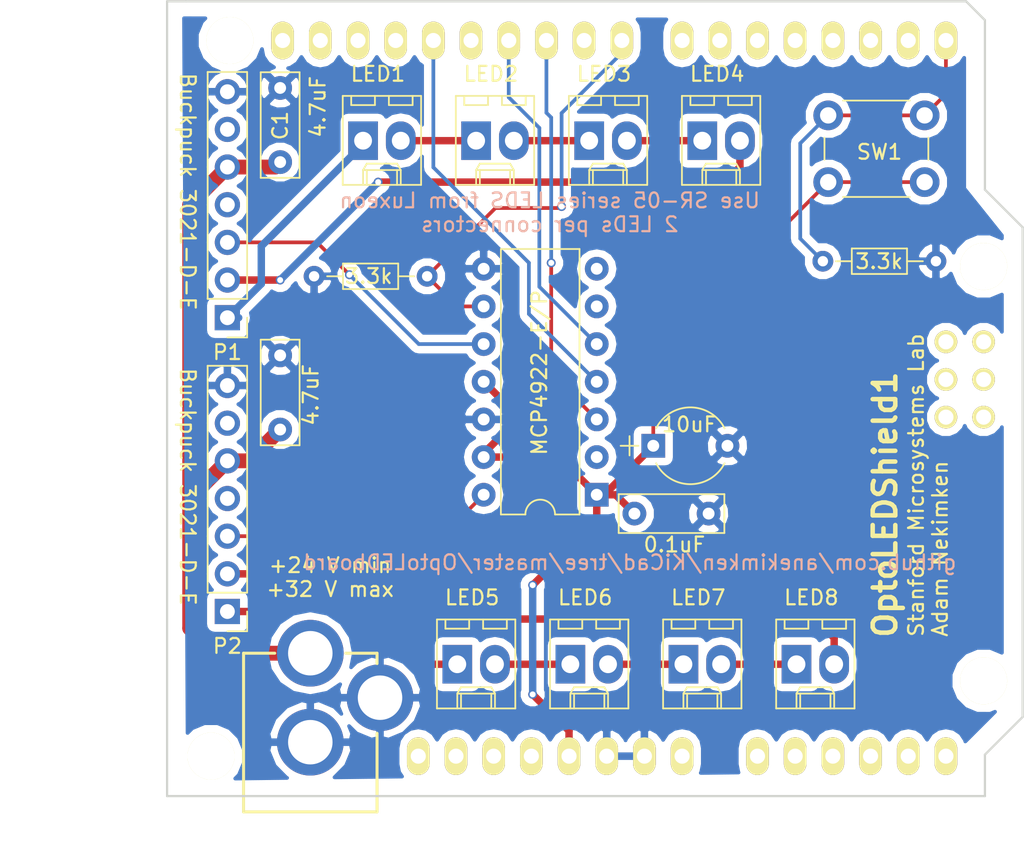
<source format=kicad_pcb>
(kicad_pcb (version 4) (host pcbnew 4.0.5)

  (general
    (links 44)
    (no_connects 0)
    (area 148.0511 48.9744 217.471601 109.67)
    (thickness 1.6)
    (drawings 16)
    (tracks 96)
    (zones 0)
    (modules 20)
    (nets 55)
  )

  (page A4)
  (layers
    (0 F.Cu signal)
    (31 B.Cu signal)
    (34 B.Paste user)
    (35 F.Paste user)
    (36 B.SilkS user)
    (37 F.SilkS user)
    (38 B.Mask user)
    (39 F.Mask user)
    (44 Edge.Cuts user)
    (45 Margin user)
  )

  (setup
    (last_trace_width 1)
    (user_trace_width 0.5)
    (user_trace_width 0.75)
    (user_trace_width 1)
    (trace_clearance 0.2)
    (zone_clearance 0.508)
    (zone_45_only no)
    (trace_min 0.1524)
    (segment_width 0.2)
    (edge_width 0.15)
    (via_size 0.6)
    (via_drill 0.4)
    (via_min_size 0.381)
    (via_min_drill 0.254)
    (uvia_size 0.3)
    (uvia_drill 0.1)
    (uvias_allowed no)
    (uvia_min_size 0)
    (uvia_min_drill 0)
    (pcb_text_width 0.3)
    (pcb_text_size 1.5 1.5)
    (mod_edge_width 0.15)
    (mod_text_size 1 1)
    (mod_text_width 0.15)
    (pad_size 1.524 1.524)
    (pad_drill 0.762)
    (pad_to_mask_clearance 0.2)
    (aux_axis_origin 0 0)
    (visible_elements FFFFFF7F)
    (pcbplotparams
      (layerselection 0x00030_80000001)
      (usegerberextensions false)
      (excludeedgelayer true)
      (linewidth 0.100000)
      (plotframeref false)
      (viasonmask false)
      (mode 1)
      (useauxorigin false)
      (hpglpennumber 1)
      (hpglpenspeed 20)
      (hpglpendiameter 15)
      (hpglpenoverlay 2)
      (psnegative false)
      (psa4output false)
      (plotreference true)
      (plotvalue true)
      (plotinvisibletext false)
      (padsonsilk false)
      (subtractmaskfromsilk false)
      (outputformat 1)
      (mirror false)
      (drillshape 0)
      (scaleselection 1)
      (outputdirectory ""))
  )

  (net 0 "")
  (net 1 "Net-(LED1-Pad2)")
  (net 2 "Net-(LED2-Pad2)")
  (net 3 "Net-(LED3-Pad2)")
  (net 4 "Net-(OptoLEDShield1-PadAD5)")
  (net 5 "Net-(OptoLEDShield1-PadAD4)")
  (net 6 "Net-(OptoLEDShield1-PadAD3)")
  (net 7 "Net-(OptoLEDShield1-PadAD0)")
  (net 8 "Net-(OptoLEDShield1-PadAD1)")
  (net 9 "Net-(OptoLEDShield1-PadAD2)")
  (net 10 GND)
  (net 11 "Net-(OptoLEDShield1-Pad3V3)")
  (net 12 "Net-(OptoLEDShield1-PadRST)")
  (net 13 "Net-(OptoLEDShield1-Pad0)")
  (net 14 "Net-(OptoLEDShield1-Pad1)")
  (net 15 "Net-(OptoLEDShield1-Pad2)")
  (net 16 "Net-(OptoLEDShield1-Pad3)")
  (net 17 "Net-(OptoLEDShield1-Pad4)")
  (net 18 "Net-(OptoLEDShield1-Pad5)")
  (net 19 "Net-(OptoLEDShield1-Pad6)")
  (net 20 "Net-(OptoLEDShield1-Pad7)")
  (net 21 "Net-(OptoLEDShield1-Pad8)")
  (net 22 "Net-(OptoLEDShield1-Pad9)")
  (net 23 "Net-(OptoLEDShield1-Pad10)")
  (net 24 "Net-(OptoLEDShield1-Pad11)")
  (net 25 "Net-(OptoLEDShield1-Pad12)")
  (net 26 "Net-(OptoLEDShield1-Pad13)")
  (net 27 "Net-(OptoLEDShield1-PadGND3)")
  (net 28 "Net-(OptoLEDShield1-PadAREF)")
  (net 29 +5V)
  (net 30 "Net-(OptoLEDShield1-PadSDA)")
  (net 31 "Net-(OptoLEDShield1-PadSCL)")
  (net 32 "Net-(OptoLEDShield1-PadIO_R)")
  (net 33 "Net-(OptoLEDShield1-PadNC)")
  (net 34 "Net-(OptoLEDShield1-PadSP1)")
  (net 35 "Net-(OptoLEDShield1-PadSP2)")
  (net 36 "Net-(OptoLEDShield1-PadSP3)")
  (net 37 "Net-(OptoLEDShield1-PadSP4)")
  (net 38 "Net-(OptoLEDShield1-PadSP5)")
  (net 39 "Net-(OptoLEDShield1-PadSP6)")
  (net 40 +24V)
  (net 41 "Net-(LED5-Pad2)")
  (net 42 "Net-(LED6-Pad2)")
  (net 43 "Net-(LED7-Pad2)")
  (net 44 "Net-(OptoLEDShield1-PadV_IN)")
  (net 45 "/LED(+)1")
  (net 46 "/LED(-)1")
  (net 47 "/LED(+)2")
  (net 48 "/LED(-)2")
  (net 49 /CTRL1)
  (net 50 /CTRL2)
  (net 51 "Net-(P1-Pad6)")
  (net 52 "Net-(P2-Pad6)")
  (net 53 /REF1)
  (net 54 /REF2)

  (net_class Default "This is the default net class."
    (clearance 0.2)
    (trace_width 0.25)
    (via_dia 0.6)
    (via_drill 0.4)
    (uvia_dia 0.3)
    (uvia_drill 0.1)
    (add_net +24V)
    (add_net +5V)
    (add_net /CTRL1)
    (add_net /CTRL2)
    (add_net "/LED(+)1")
    (add_net "/LED(+)2")
    (add_net "/LED(-)1")
    (add_net "/LED(-)2")
    (add_net /REF1)
    (add_net /REF2)
    (add_net GND)
    (add_net "Net-(LED1-Pad2)")
    (add_net "Net-(LED2-Pad2)")
    (add_net "Net-(LED3-Pad2)")
    (add_net "Net-(LED5-Pad2)")
    (add_net "Net-(LED6-Pad2)")
    (add_net "Net-(LED7-Pad2)")
    (add_net "Net-(OptoLEDShield1-Pad0)")
    (add_net "Net-(OptoLEDShield1-Pad1)")
    (add_net "Net-(OptoLEDShield1-Pad10)")
    (add_net "Net-(OptoLEDShield1-Pad11)")
    (add_net "Net-(OptoLEDShield1-Pad12)")
    (add_net "Net-(OptoLEDShield1-Pad13)")
    (add_net "Net-(OptoLEDShield1-Pad2)")
    (add_net "Net-(OptoLEDShield1-Pad3)")
    (add_net "Net-(OptoLEDShield1-Pad3V3)")
    (add_net "Net-(OptoLEDShield1-Pad4)")
    (add_net "Net-(OptoLEDShield1-Pad5)")
    (add_net "Net-(OptoLEDShield1-Pad6)")
    (add_net "Net-(OptoLEDShield1-Pad7)")
    (add_net "Net-(OptoLEDShield1-Pad8)")
    (add_net "Net-(OptoLEDShield1-Pad9)")
    (add_net "Net-(OptoLEDShield1-PadAD0)")
    (add_net "Net-(OptoLEDShield1-PadAD1)")
    (add_net "Net-(OptoLEDShield1-PadAD2)")
    (add_net "Net-(OptoLEDShield1-PadAD3)")
    (add_net "Net-(OptoLEDShield1-PadAD4)")
    (add_net "Net-(OptoLEDShield1-PadAD5)")
    (add_net "Net-(OptoLEDShield1-PadAREF)")
    (add_net "Net-(OptoLEDShield1-PadGND3)")
    (add_net "Net-(OptoLEDShield1-PadIO_R)")
    (add_net "Net-(OptoLEDShield1-PadNC)")
    (add_net "Net-(OptoLEDShield1-PadRST)")
    (add_net "Net-(OptoLEDShield1-PadSCL)")
    (add_net "Net-(OptoLEDShield1-PadSDA)")
    (add_net "Net-(OptoLEDShield1-PadSP1)")
    (add_net "Net-(OptoLEDShield1-PadSP2)")
    (add_net "Net-(OptoLEDShield1-PadSP3)")
    (add_net "Net-(OptoLEDShield1-PadSP4)")
    (add_net "Net-(OptoLEDShield1-PadSP5)")
    (add_net "Net-(OptoLEDShield1-PadSP6)")
    (add_net "Net-(OptoLEDShield1-PadV_IN)")
    (add_net "Net-(P1-Pad6)")
    (add_net "Net-(P2-Pad6)")
  )

  (module freetronics_footprints:ARDUINO_SHIELD locked (layer F.Cu) (tedit 5A6A4616) (tstamp 59E16182)
    (at 148.5011 105.0036)
    (descr http://www.thingiverse.com/thing:9630)
    (path /59E14702)
    (fp_text reference OptoLEDShield1 (at 59.3989 -19.5036 90) (layer F.SilkS)
      (effects (font (thickness 0.3048)))
    )
    (fp_text value ARDUINO_SHIELD (at 10.16 -54.61) (layer F.SilkS) hide
      (effects (font (thickness 0.3048)))
    )
    (fp_line (start 66.04 -40.64) (end 66.04 -52.07) (layer Cmts.User) (width 0.381))
    (fp_line (start 66.04 -52.07) (end 64.77 -53.34) (layer Cmts.User) (width 0.381))
    (fp_line (start 64.77 -53.34) (end 0 -53.34) (layer Cmts.User) (width 0.381))
    (fp_line (start 66.04 0) (end 0 0) (layer Cmts.User) (width 0.381))
    (fp_line (start 0 0) (end 0 -53.34) (layer Cmts.User) (width 0.381))
    (fp_line (start 66.04 -40.64) (end 68.58 -38.1) (layer Cmts.User) (width 0.381))
    (fp_line (start 68.58 -38.1) (end 68.58 -5.08) (layer Cmts.User) (width 0.381))
    (fp_line (start 68.58 -5.08) (end 66.04 -2.54) (layer Cmts.User) (width 0.381))
    (fp_line (start 66.04 -2.54) (end 66.04 0) (layer Cmts.User) (width 0.381))
    (pad AD5 thru_hole oval (at 63.5 -2.54 90) (size 2.54 1.524) (drill 1.016) (layers *.Cu *.Mask F.SilkS)
      (net 4 "Net-(OptoLEDShield1-PadAD5)"))
    (pad AD4 thru_hole oval (at 60.96 -2.54 90) (size 2.54 1.524) (drill 1.016) (layers *.Cu *.Mask F.SilkS)
      (net 5 "Net-(OptoLEDShield1-PadAD4)"))
    (pad AD3 thru_hole oval (at 58.42 -2.54 90) (size 2.54 1.524) (drill 1.016) (layers *.Cu *.Mask F.SilkS)
      (net 6 "Net-(OptoLEDShield1-PadAD3)"))
    (pad AD0 thru_hole oval (at 50.8 -2.54 90) (size 2.54 1.524) (drill 1.016) (layers *.Cu *.Mask F.SilkS)
      (net 7 "Net-(OptoLEDShield1-PadAD0)"))
    (pad AD1 thru_hole oval (at 53.34 -2.54 90) (size 2.54 1.524) (drill 1.016) (layers *.Cu *.Mask F.SilkS)
      (net 8 "Net-(OptoLEDShield1-PadAD1)"))
    (pad AD2 thru_hole oval (at 55.88 -2.54 90) (size 2.54 1.524) (drill 1.016) (layers *.Cu *.Mask F.SilkS)
      (net 9 "Net-(OptoLEDShield1-PadAD2)"))
    (pad V_IN thru_hole oval (at 45.72 -2.54 90) (size 2.54 1.524) (drill 1.016) (layers *.Cu *.Mask F.SilkS)
      (net 44 "Net-(OptoLEDShield1-PadV_IN)"))
    (pad GND2 thru_hole oval (at 43.18 -2.54 90) (size 2.54 1.524) (drill 1.016) (layers *.Cu *.Mask F.SilkS)
      (net 10 GND))
    (pad GND1 thru_hole oval (at 40.64 -2.54 90) (size 2.54 1.524) (drill 1.016) (layers *.Cu *.Mask F.SilkS)
      (net 10 GND))
    (pad 3V3 thru_hole oval (at 35.56 -2.54 90) (size 2.54 1.524) (drill 1.016) (layers *.Cu *.Mask F.SilkS)
      (net 11 "Net-(OptoLEDShield1-Pad3V3)"))
    (pad RST thru_hole oval (at 33.02 -2.54 90) (size 2.54 1.524) (drill 1.016) (layers *.Cu *.Mask F.SilkS)
      (net 12 "Net-(OptoLEDShield1-PadRST)"))
    (pad 0 thru_hole oval (at 63.5 -50.8 90) (size 2.54 1.524) (drill 1.016) (layers *.Cu *.Mask F.SilkS)
      (net 13 "Net-(OptoLEDShield1-Pad0)"))
    (pad 1 thru_hole oval (at 60.96 -50.8 90) (size 2.54 1.524) (drill 1.016) (layers *.Cu *.Mask F.SilkS)
      (net 14 "Net-(OptoLEDShield1-Pad1)"))
    (pad 2 thru_hole oval (at 58.42 -50.8 90) (size 2.54 1.524) (drill 1.016) (layers *.Cu *.Mask F.SilkS)
      (net 15 "Net-(OptoLEDShield1-Pad2)"))
    (pad 3 thru_hole oval (at 55.88 -50.8 90) (size 2.54 1.524) (drill 1.016) (layers *.Cu *.Mask F.SilkS)
      (net 16 "Net-(OptoLEDShield1-Pad3)"))
    (pad 4 thru_hole oval (at 53.34 -50.8 90) (size 2.54 1.524) (drill 1.016) (layers *.Cu *.Mask F.SilkS)
      (net 17 "Net-(OptoLEDShield1-Pad4)"))
    (pad 5 thru_hole oval (at 50.8 -50.8 90) (size 2.54 1.524) (drill 1.016) (layers *.Cu *.Mask F.SilkS)
      (net 18 "Net-(OptoLEDShield1-Pad5)"))
    (pad 6 thru_hole oval (at 48.26 -50.8 90) (size 2.54 1.524) (drill 1.016) (layers *.Cu *.Mask F.SilkS)
      (net 19 "Net-(OptoLEDShield1-Pad6)"))
    (pad 7 thru_hole oval (at 45.72 -50.8 90) (size 2.54 1.524) (drill 1.016) (layers *.Cu *.Mask F.SilkS)
      (net 20 "Net-(OptoLEDShield1-Pad7)"))
    (pad 8 thru_hole oval (at 41.656 -50.8 90) (size 2.54 1.524) (drill 1.016) (layers *.Cu *.Mask F.SilkS)
      (net 21 "Net-(OptoLEDShield1-Pad8)"))
    (pad 9 thru_hole oval (at 39.116 -50.8 90) (size 2.54 1.524) (drill 1.016) (layers *.Cu *.Mask F.SilkS)
      (net 22 "Net-(OptoLEDShield1-Pad9)"))
    (pad 10 thru_hole oval (at 36.576 -50.8 90) (size 2.54 1.524) (drill 1.016) (layers *.Cu *.Mask F.SilkS)
      (net 23 "Net-(OptoLEDShield1-Pad10)"))
    (pad 11 thru_hole oval (at 34.036 -50.8 90) (size 2.54 1.524) (drill 1.016) (layers *.Cu *.Mask F.SilkS)
      (net 24 "Net-(OptoLEDShield1-Pad11)"))
    (pad 12 thru_hole oval (at 31.496 -50.8 90) (size 2.54 1.524) (drill 1.016) (layers *.Cu *.Mask F.SilkS)
      (net 25 "Net-(OptoLEDShield1-Pad12)"))
    (pad 13 thru_hole oval (at 28.956 -50.8 90) (size 2.54 1.524) (drill 1.016) (layers *.Cu *.Mask F.SilkS)
      (net 26 "Net-(OptoLEDShield1-Pad13)"))
    (pad GND3 thru_hole oval (at 26.416 -50.8 90) (size 2.54 1.524) (drill 1.016) (layers *.Cu *.Mask F.SilkS)
      (net 27 "Net-(OptoLEDShield1-PadGND3)"))
    (pad AREF thru_hole oval (at 23.876 -50.8 90) (size 2.54 1.524) (drill 1.016) (layers *.Cu *.Mask F.SilkS)
      (net 28 "Net-(OptoLEDShield1-PadAREF)"))
    (pad 5V thru_hole oval (at 38.1 -2.54 90) (size 2.54 1.524) (drill 1.016) (layers *.Cu *.Mask F.SilkS)
      (net 29 +5V))
    (pad "" np_thru_hole circle (at 66.04 -7.62 90) (size 3.175 3.175) (drill 3.175) (layers *.Cu *.Mask F.SilkS))
    (pad "" np_thru_hole circle (at 66.04 -35.56 90) (size 3.175 3.175) (drill 3.175) (layers *.Cu *.Mask F.SilkS))
    (pad "" np_thru_hole circle (at 15.24 -50.8 90) (size 3.175 3.175) (drill 3.175) (layers *.Cu *.Mask F.SilkS))
    (pad "" np_thru_hole circle (at 13.97 -2.54 90) (size 3.175 3.175) (drill 3.175) (layers *.Cu *.Mask F.SilkS))
    (pad SDA thru_hole oval (at 21.336 -50.8 90) (size 2.54 1.524) (drill 1.016) (layers *.Cu *.Mask F.SilkS)
      (net 30 "Net-(OptoLEDShield1-PadSDA)"))
    (pad SCL thru_hole oval (at 18.796 -50.8 90) (size 2.54 1.524) (drill 1.016) (layers *.Cu *.Mask F.SilkS)
      (net 31 "Net-(OptoLEDShield1-PadSCL)"))
    (pad IO_R thru_hole oval (at 30.48 -2.54 90) (size 2.54 1.524) (drill 1.016) (layers *.Cu *.Mask F.SilkS)
      (net 32 "Net-(OptoLEDShield1-PadIO_R)"))
    (pad NC thru_hole oval (at 27.94 -2.54 90) (size 2.54 1.524) (drill 1.016) (layers *.Cu *.Mask F.SilkS)
      (net 33 "Net-(OptoLEDShield1-PadNC)"))
    (pad SP1 thru_hole circle (at 63.5 -30.48 90) (size 1.524 1.524) (drill 1.016) (layers *.Cu *.Mask F.SilkS)
      (net 34 "Net-(OptoLEDShield1-PadSP1)"))
    (pad SP2 thru_hole circle (at 66.04 -30.48 90) (size 1.524 1.524) (drill 1.016) (layers *.Cu *.Mask F.SilkS)
      (net 35 "Net-(OptoLEDShield1-PadSP2)"))
    (pad SP3 thru_hole circle (at 63.5 -27.94 90) (size 1.524 1.524) (drill 1.016) (layers *.Cu *.Mask F.SilkS)
      (net 36 "Net-(OptoLEDShield1-PadSP3)"))
    (pad SP4 thru_hole circle (at 66.04 -27.94 90) (size 1.524 1.524) (drill 1.016) (layers *.Cu *.Mask F.SilkS)
      (net 37 "Net-(OptoLEDShield1-PadSP4)"))
    (pad SP5 thru_hole circle (at 63.5 -25.4 90) (size 1.524 1.524) (drill 1.016) (layers *.Cu *.Mask F.SilkS)
      (net 38 "Net-(OptoLEDShield1-PadSP5)"))
    (pad SP6 thru_hole circle (at 66.04 -25.4 90) (size 1.524 1.524) (drill 1.016) (layers *.Cu *.Mask F.SilkS)
      (net 39 "Net-(OptoLEDShield1-PadSP6)"))
  )

  (module Connectors_Molex:Molex_KK-6410-02_02x2.54mm_Straight (layer F.Cu) (tedit 59E161E8) (tstamp 59E16142)
    (at 172.72 60.96)
    (descr "Connector Headers with Friction Lock, 22-27-2021, http://www.molex.com/pdm_docs/sd/022272021_sd.pdf")
    (tags "connector molex kk_6410 22-27-2021")
    (path /5A57FDAE)
    (fp_text reference LED1 (at 1 -4.5) (layer F.SilkS)
      (effects (font (size 1 1) (thickness 0.15)))
    )
    (fp_text value CONN_01X02 (at 1.27 4.5) (layer F.Fab) hide
      (effects (font (size 1 1) (thickness 0.15)))
    )
    (fp_line (start -1.47 -3.12) (end -1.47 3.08) (layer F.Fab) (width 0.12))
    (fp_line (start -1.47 3.08) (end 4.01 3.08) (layer F.Fab) (width 0.12))
    (fp_line (start 4.01 3.08) (end 4.01 -3.12) (layer F.Fab) (width 0.12))
    (fp_line (start 4.01 -3.12) (end -1.47 -3.12) (layer F.Fab) (width 0.12))
    (fp_line (start -1.37 -3.02) (end -1.37 2.98) (layer F.SilkS) (width 0.12))
    (fp_line (start -1.37 2.98) (end 3.91 2.98) (layer F.SilkS) (width 0.12))
    (fp_line (start 3.91 2.98) (end 3.91 -3.02) (layer F.SilkS) (width 0.12))
    (fp_line (start 3.91 -3.02) (end -1.37 -3.02) (layer F.SilkS) (width 0.12))
    (fp_line (start 0 2.98) (end 0 1.98) (layer F.SilkS) (width 0.12))
    (fp_line (start 0 1.98) (end 2.54 1.98) (layer F.SilkS) (width 0.12))
    (fp_line (start 2.54 1.98) (end 2.54 2.98) (layer F.SilkS) (width 0.12))
    (fp_line (start 0 1.98) (end 0.25 1.55) (layer F.SilkS) (width 0.12))
    (fp_line (start 0.25 1.55) (end 2.29 1.55) (layer F.SilkS) (width 0.12))
    (fp_line (start 2.29 1.55) (end 2.54 1.98) (layer F.SilkS) (width 0.12))
    (fp_line (start 0.25 2.98) (end 0.25 1.98) (layer F.SilkS) (width 0.12))
    (fp_line (start 2.29 2.98) (end 2.29 1.98) (layer F.SilkS) (width 0.12))
    (fp_line (start -0.8 -3.02) (end -0.8 -2.4) (layer F.SilkS) (width 0.12))
    (fp_line (start -0.8 -2.4) (end 0.8 -2.4) (layer F.SilkS) (width 0.12))
    (fp_line (start 0.8 -2.4) (end 0.8 -3.02) (layer F.SilkS) (width 0.12))
    (fp_line (start 1.74 -3.02) (end 1.74 -2.4) (layer F.SilkS) (width 0.12))
    (fp_line (start 1.74 -2.4) (end 3.34 -2.4) (layer F.SilkS) (width 0.12))
    (fp_line (start 3.34 -2.4) (end 3.34 -3.02) (layer F.SilkS) (width 0.12))
    (fp_line (start -1.9 3.5) (end -1.9 -3.55) (layer F.CrtYd) (width 0.05))
    (fp_line (start -1.9 -3.55) (end 4.45 -3.55) (layer F.CrtYd) (width 0.05))
    (fp_line (start 4.45 -3.55) (end 4.45 3.5) (layer F.CrtYd) (width 0.05))
    (fp_line (start 4.45 3.5) (end -1.9 3.5) (layer F.CrtYd) (width 0.05))
    (fp_text user %R (at 1.27 0) (layer F.Fab)
      (effects (font (size 1 1) (thickness 0.15)))
    )
    (pad 1 thru_hole rect (at 0 0) (size 2 2.6) (drill 1.2) (layers *.Cu *.Mask)
      (net 45 "/LED(+)1"))
    (pad 2 thru_hole oval (at 2.54 0) (size 2 2.6) (drill 1.2) (layers *.Cu *.Mask)
      (net 1 "Net-(LED1-Pad2)"))
    (model ${KISYS3DMOD}/Connectors_Molex.3dshapes/Molex_KK-6410-02_02x2.54mm_Straight.wrl
      (at (xyz 0 0 0))
      (scale (xyz 1 1 1))
      (rotate (xyz 0 0 0))
    )
  )

  (module Connectors_Molex:Molex_KK-6410-02_02x2.54mm_Straight (layer F.Cu) (tedit 59E161EC) (tstamp 59E16148)
    (at 180.34 60.96)
    (descr "Connector Headers with Friction Lock, 22-27-2021, http://www.molex.com/pdm_docs/sd/022272021_sd.pdf")
    (tags "connector molex kk_6410 22-27-2021")
    (path /5A57FDB4)
    (fp_text reference LED2 (at 1 -4.5) (layer F.SilkS)
      (effects (font (size 1 1) (thickness 0.15)))
    )
    (fp_text value CONN_01X02 (at 1.27 4.5) (layer F.Fab) hide
      (effects (font (size 1 1) (thickness 0.15)))
    )
    (fp_line (start -1.47 -3.12) (end -1.47 3.08) (layer F.Fab) (width 0.12))
    (fp_line (start -1.47 3.08) (end 4.01 3.08) (layer F.Fab) (width 0.12))
    (fp_line (start 4.01 3.08) (end 4.01 -3.12) (layer F.Fab) (width 0.12))
    (fp_line (start 4.01 -3.12) (end -1.47 -3.12) (layer F.Fab) (width 0.12))
    (fp_line (start -1.37 -3.02) (end -1.37 2.98) (layer F.SilkS) (width 0.12))
    (fp_line (start -1.37 2.98) (end 3.91 2.98) (layer F.SilkS) (width 0.12))
    (fp_line (start 3.91 2.98) (end 3.91 -3.02) (layer F.SilkS) (width 0.12))
    (fp_line (start 3.91 -3.02) (end -1.37 -3.02) (layer F.SilkS) (width 0.12))
    (fp_line (start 0 2.98) (end 0 1.98) (layer F.SilkS) (width 0.12))
    (fp_line (start 0 1.98) (end 2.54 1.98) (layer F.SilkS) (width 0.12))
    (fp_line (start 2.54 1.98) (end 2.54 2.98) (layer F.SilkS) (width 0.12))
    (fp_line (start 0 1.98) (end 0.25 1.55) (layer F.SilkS) (width 0.12))
    (fp_line (start 0.25 1.55) (end 2.29 1.55) (layer F.SilkS) (width 0.12))
    (fp_line (start 2.29 1.55) (end 2.54 1.98) (layer F.SilkS) (width 0.12))
    (fp_line (start 0.25 2.98) (end 0.25 1.98) (layer F.SilkS) (width 0.12))
    (fp_line (start 2.29 2.98) (end 2.29 1.98) (layer F.SilkS) (width 0.12))
    (fp_line (start -0.8 -3.02) (end -0.8 -2.4) (layer F.SilkS) (width 0.12))
    (fp_line (start -0.8 -2.4) (end 0.8 -2.4) (layer F.SilkS) (width 0.12))
    (fp_line (start 0.8 -2.4) (end 0.8 -3.02) (layer F.SilkS) (width 0.12))
    (fp_line (start 1.74 -3.02) (end 1.74 -2.4) (layer F.SilkS) (width 0.12))
    (fp_line (start 1.74 -2.4) (end 3.34 -2.4) (layer F.SilkS) (width 0.12))
    (fp_line (start 3.34 -2.4) (end 3.34 -3.02) (layer F.SilkS) (width 0.12))
    (fp_line (start -1.9 3.5) (end -1.9 -3.55) (layer F.CrtYd) (width 0.05))
    (fp_line (start -1.9 -3.55) (end 4.45 -3.55) (layer F.CrtYd) (width 0.05))
    (fp_line (start 4.45 -3.55) (end 4.45 3.5) (layer F.CrtYd) (width 0.05))
    (fp_line (start 4.45 3.5) (end -1.9 3.5) (layer F.CrtYd) (width 0.05))
    (fp_text user %R (at 1.27 0) (layer F.Fab)
      (effects (font (size 1 1) (thickness 0.15)))
    )
    (pad 1 thru_hole rect (at 0 0) (size 2 2.6) (drill 1.2) (layers *.Cu *.Mask)
      (net 1 "Net-(LED1-Pad2)"))
    (pad 2 thru_hole oval (at 2.54 0) (size 2 2.6) (drill 1.2) (layers *.Cu *.Mask)
      (net 2 "Net-(LED2-Pad2)"))
    (model ${KISYS3DMOD}/Connectors_Molex.3dshapes/Molex_KK-6410-02_02x2.54mm_Straight.wrl
      (at (xyz 0 0 0))
      (scale (xyz 1 1 1))
      (rotate (xyz 0 0 0))
    )
  )

  (module Connectors_Molex:Molex_KK-6410-02_02x2.54mm_Straight (layer F.Cu) (tedit 59E161F0) (tstamp 59E1614E)
    (at 187.96 60.96)
    (descr "Connector Headers with Friction Lock, 22-27-2021, http://www.molex.com/pdm_docs/sd/022272021_sd.pdf")
    (tags "connector molex kk_6410 22-27-2021")
    (path /5A57FDBA)
    (fp_text reference LED3 (at 1 -4.5) (layer F.SilkS)
      (effects (font (size 1 1) (thickness 0.15)))
    )
    (fp_text value CONN_01X02 (at 1.27 4.5) (layer F.Fab) hide
      (effects (font (size 1 1) (thickness 0.15)))
    )
    (fp_line (start -1.47 -3.12) (end -1.47 3.08) (layer F.Fab) (width 0.12))
    (fp_line (start -1.47 3.08) (end 4.01 3.08) (layer F.Fab) (width 0.12))
    (fp_line (start 4.01 3.08) (end 4.01 -3.12) (layer F.Fab) (width 0.12))
    (fp_line (start 4.01 -3.12) (end -1.47 -3.12) (layer F.Fab) (width 0.12))
    (fp_line (start -1.37 -3.02) (end -1.37 2.98) (layer F.SilkS) (width 0.12))
    (fp_line (start -1.37 2.98) (end 3.91 2.98) (layer F.SilkS) (width 0.12))
    (fp_line (start 3.91 2.98) (end 3.91 -3.02) (layer F.SilkS) (width 0.12))
    (fp_line (start 3.91 -3.02) (end -1.37 -3.02) (layer F.SilkS) (width 0.12))
    (fp_line (start 0 2.98) (end 0 1.98) (layer F.SilkS) (width 0.12))
    (fp_line (start 0 1.98) (end 2.54 1.98) (layer F.SilkS) (width 0.12))
    (fp_line (start 2.54 1.98) (end 2.54 2.98) (layer F.SilkS) (width 0.12))
    (fp_line (start 0 1.98) (end 0.25 1.55) (layer F.SilkS) (width 0.12))
    (fp_line (start 0.25 1.55) (end 2.29 1.55) (layer F.SilkS) (width 0.12))
    (fp_line (start 2.29 1.55) (end 2.54 1.98) (layer F.SilkS) (width 0.12))
    (fp_line (start 0.25 2.98) (end 0.25 1.98) (layer F.SilkS) (width 0.12))
    (fp_line (start 2.29 2.98) (end 2.29 1.98) (layer F.SilkS) (width 0.12))
    (fp_line (start -0.8 -3.02) (end -0.8 -2.4) (layer F.SilkS) (width 0.12))
    (fp_line (start -0.8 -2.4) (end 0.8 -2.4) (layer F.SilkS) (width 0.12))
    (fp_line (start 0.8 -2.4) (end 0.8 -3.02) (layer F.SilkS) (width 0.12))
    (fp_line (start 1.74 -3.02) (end 1.74 -2.4) (layer F.SilkS) (width 0.12))
    (fp_line (start 1.74 -2.4) (end 3.34 -2.4) (layer F.SilkS) (width 0.12))
    (fp_line (start 3.34 -2.4) (end 3.34 -3.02) (layer F.SilkS) (width 0.12))
    (fp_line (start -1.9 3.5) (end -1.9 -3.55) (layer F.CrtYd) (width 0.05))
    (fp_line (start -1.9 -3.55) (end 4.45 -3.55) (layer F.CrtYd) (width 0.05))
    (fp_line (start 4.45 -3.55) (end 4.45 3.5) (layer F.CrtYd) (width 0.05))
    (fp_line (start 4.45 3.5) (end -1.9 3.5) (layer F.CrtYd) (width 0.05))
    (fp_text user %R (at 1.27 0) (layer F.Fab)
      (effects (font (size 1 1) (thickness 0.15)))
    )
    (pad 1 thru_hole rect (at 0 0) (size 2 2.6) (drill 1.2) (layers *.Cu *.Mask)
      (net 2 "Net-(LED2-Pad2)"))
    (pad 2 thru_hole oval (at 2.54 0) (size 2 2.6) (drill 1.2) (layers *.Cu *.Mask)
      (net 3 "Net-(LED3-Pad2)"))
    (model ${KISYS3DMOD}/Connectors_Molex.3dshapes/Molex_KK-6410-02_02x2.54mm_Straight.wrl
      (at (xyz 0 0 0))
      (scale (xyz 1 1 1))
      (rotate (xyz 0 0 0))
    )
  )

  (module Connectors_Molex:Molex_KK-6410-02_02x2.54mm_Straight (layer F.Cu) (tedit 59E161F5) (tstamp 59E16154)
    (at 195.58 60.96)
    (descr "Connector Headers with Friction Lock, 22-27-2021, http://www.molex.com/pdm_docs/sd/022272021_sd.pdf")
    (tags "connector molex kk_6410 22-27-2021")
    (path /5A57FDC0)
    (fp_text reference LED4 (at 1 -4.5) (layer F.SilkS)
      (effects (font (size 1 1) (thickness 0.15)))
    )
    (fp_text value CONN_01X02 (at 1.27 4.5) (layer F.Fab) hide
      (effects (font (size 1 1) (thickness 0.15)))
    )
    (fp_line (start -1.47 -3.12) (end -1.47 3.08) (layer F.Fab) (width 0.12))
    (fp_line (start -1.47 3.08) (end 4.01 3.08) (layer F.Fab) (width 0.12))
    (fp_line (start 4.01 3.08) (end 4.01 -3.12) (layer F.Fab) (width 0.12))
    (fp_line (start 4.01 -3.12) (end -1.47 -3.12) (layer F.Fab) (width 0.12))
    (fp_line (start -1.37 -3.02) (end -1.37 2.98) (layer F.SilkS) (width 0.12))
    (fp_line (start -1.37 2.98) (end 3.91 2.98) (layer F.SilkS) (width 0.12))
    (fp_line (start 3.91 2.98) (end 3.91 -3.02) (layer F.SilkS) (width 0.12))
    (fp_line (start 3.91 -3.02) (end -1.37 -3.02) (layer F.SilkS) (width 0.12))
    (fp_line (start 0 2.98) (end 0 1.98) (layer F.SilkS) (width 0.12))
    (fp_line (start 0 1.98) (end 2.54 1.98) (layer F.SilkS) (width 0.12))
    (fp_line (start 2.54 1.98) (end 2.54 2.98) (layer F.SilkS) (width 0.12))
    (fp_line (start 0 1.98) (end 0.25 1.55) (layer F.SilkS) (width 0.12))
    (fp_line (start 0.25 1.55) (end 2.29 1.55) (layer F.SilkS) (width 0.12))
    (fp_line (start 2.29 1.55) (end 2.54 1.98) (layer F.SilkS) (width 0.12))
    (fp_line (start 0.25 2.98) (end 0.25 1.98) (layer F.SilkS) (width 0.12))
    (fp_line (start 2.29 2.98) (end 2.29 1.98) (layer F.SilkS) (width 0.12))
    (fp_line (start -0.8 -3.02) (end -0.8 -2.4) (layer F.SilkS) (width 0.12))
    (fp_line (start -0.8 -2.4) (end 0.8 -2.4) (layer F.SilkS) (width 0.12))
    (fp_line (start 0.8 -2.4) (end 0.8 -3.02) (layer F.SilkS) (width 0.12))
    (fp_line (start 1.74 -3.02) (end 1.74 -2.4) (layer F.SilkS) (width 0.12))
    (fp_line (start 1.74 -2.4) (end 3.34 -2.4) (layer F.SilkS) (width 0.12))
    (fp_line (start 3.34 -2.4) (end 3.34 -3.02) (layer F.SilkS) (width 0.12))
    (fp_line (start -1.9 3.5) (end -1.9 -3.55) (layer F.CrtYd) (width 0.05))
    (fp_line (start -1.9 -3.55) (end 4.45 -3.55) (layer F.CrtYd) (width 0.05))
    (fp_line (start 4.45 -3.55) (end 4.45 3.5) (layer F.CrtYd) (width 0.05))
    (fp_line (start 4.45 3.5) (end -1.9 3.5) (layer F.CrtYd) (width 0.05))
    (fp_text user %R (at 1.27 0) (layer F.Fab)
      (effects (font (size 1 1) (thickness 0.15)))
    )
    (pad 1 thru_hole rect (at 0 0) (size 2 2.6) (drill 1.2) (layers *.Cu *.Mask)
      (net 3 "Net-(LED3-Pad2)"))
    (pad 2 thru_hole oval (at 2.54 0) (size 2 2.6) (drill 1.2) (layers *.Cu *.Mask)
      (net 46 "/LED(-)1"))
    (model ${KISYS3DMOD}/Connectors_Molex.3dshapes/Molex_KK-6410-02_02x2.54mm_Straight.wrl
      (at (xyz 0 0 0))
      (scale (xyz 1 1 1))
      (rotate (xyz 0 0 0))
    )
  )

  (module Resistors_THT:R_Axial_DIN0204_L3.6mm_D1.6mm_P7.62mm_Horizontal (layer F.Cu) (tedit 5A6A46BE) (tstamp 59E16192)
    (at 203.708 69.088)
    (descr "Resistor, Axial_DIN0204 series, Axial, Horizontal, pin pitch=7.62mm, 0.16666666666666666W = 1/6W, length*diameter=3.6*1.6mm^2, http://cdn-reichelt.de/documents/datenblatt/B400/1_4W%23YAG.pdf")
    (tags "Resistor Axial_DIN0204 series Axial Horizontal pin pitch 7.62mm 0.16666666666666666W = 1/6W length 3.6mm diameter 1.6mm")
    (path /59E15993)
    (fp_text reference R1 (at 3.81 0) (layer F.SilkS) hide
      (effects (font (size 1 1) (thickness 0.15)))
    )
    (fp_text value 3.3k (at 3.792 0.012) (layer F.SilkS)
      (effects (font (size 1 1) (thickness 0.15)))
    )
    (fp_line (start 2.01 -0.8) (end 2.01 0.8) (layer F.Fab) (width 0.1))
    (fp_line (start 2.01 0.8) (end 5.61 0.8) (layer F.Fab) (width 0.1))
    (fp_line (start 5.61 0.8) (end 5.61 -0.8) (layer F.Fab) (width 0.1))
    (fp_line (start 5.61 -0.8) (end 2.01 -0.8) (layer F.Fab) (width 0.1))
    (fp_line (start 0 0) (end 2.01 0) (layer F.Fab) (width 0.1))
    (fp_line (start 7.62 0) (end 5.61 0) (layer F.Fab) (width 0.1))
    (fp_line (start 1.95 -0.86) (end 1.95 0.86) (layer F.SilkS) (width 0.12))
    (fp_line (start 1.95 0.86) (end 5.67 0.86) (layer F.SilkS) (width 0.12))
    (fp_line (start 5.67 0.86) (end 5.67 -0.86) (layer F.SilkS) (width 0.12))
    (fp_line (start 5.67 -0.86) (end 1.95 -0.86) (layer F.SilkS) (width 0.12))
    (fp_line (start 0.88 0) (end 1.95 0) (layer F.SilkS) (width 0.12))
    (fp_line (start 6.74 0) (end 5.67 0) (layer F.SilkS) (width 0.12))
    (fp_line (start -0.95 -1.15) (end -0.95 1.15) (layer F.CrtYd) (width 0.05))
    (fp_line (start -0.95 1.15) (end 8.6 1.15) (layer F.CrtYd) (width 0.05))
    (fp_line (start 8.6 1.15) (end 8.6 -1.15) (layer F.CrtYd) (width 0.05))
    (fp_line (start 8.6 -1.15) (end -0.95 -1.15) (layer F.CrtYd) (width 0.05))
    (pad 1 thru_hole circle (at 0 0) (size 1.4 1.4) (drill 0.7) (layers *.Cu *.Mask)
      (net 13 "Net-(OptoLEDShield1-Pad0)"))
    (pad 2 thru_hole oval (at 7.62 0) (size 1.4 1.4) (drill 0.7) (layers *.Cu *.Mask)
      (net 10 GND))
    (model ${KISYS3DMOD}/Resistors_THT.3dshapes/R_Axial_DIN0204_L3.6mm_D1.6mm_P7.62mm_Horizontal.wrl
      (at (xyz 0 0 0))
      (scale (xyz 0.393701 0.393701 0.393701))
      (rotate (xyz 0 0 0))
    )
  )

  (module Buttons_Switches_THT:SW_PUSH_6mm (layer F.Cu) (tedit 5A58122E) (tstamp 59E1619A)
    (at 210.566 63.754 180)
    (descr https://www.omron.com/ecb/products/pdf/en-b3f.pdf)
    (tags "tact sw push 6mm")
    (path /59E14A2A)
    (fp_text reference SW1 (at 3.048 2.032 180) (layer F.SilkS)
      (effects (font (size 1 1) (thickness 0.15)))
    )
    (fp_text value SW_SPST (at 3.75 6.7 180) (layer F.Fab) hide
      (effects (font (size 1 1) (thickness 0.15)))
    )
    (fp_text user %R (at 3.25 2.25 180) (layer F.Fab)
      (effects (font (size 1 1) (thickness 0.15)))
    )
    (fp_line (start 3.25 -0.75) (end 6.25 -0.75) (layer F.Fab) (width 0.1))
    (fp_line (start 6.25 -0.75) (end 6.25 5.25) (layer F.Fab) (width 0.1))
    (fp_line (start 6.25 5.25) (end 0.25 5.25) (layer F.Fab) (width 0.1))
    (fp_line (start 0.25 5.25) (end 0.25 -0.75) (layer F.Fab) (width 0.1))
    (fp_line (start 0.25 -0.75) (end 3.25 -0.75) (layer F.Fab) (width 0.1))
    (fp_line (start 7.75 6) (end 8 6) (layer F.CrtYd) (width 0.05))
    (fp_line (start 8 6) (end 8 5.75) (layer F.CrtYd) (width 0.05))
    (fp_line (start 7.75 -1.5) (end 8 -1.5) (layer F.CrtYd) (width 0.05))
    (fp_line (start 8 -1.5) (end 8 -1.25) (layer F.CrtYd) (width 0.05))
    (fp_line (start -1.5 -1.25) (end -1.5 -1.5) (layer F.CrtYd) (width 0.05))
    (fp_line (start -1.5 -1.5) (end -1.25 -1.5) (layer F.CrtYd) (width 0.05))
    (fp_line (start -1.5 5.75) (end -1.5 6) (layer F.CrtYd) (width 0.05))
    (fp_line (start -1.5 6) (end -1.25 6) (layer F.CrtYd) (width 0.05))
    (fp_line (start -1.25 -1.5) (end 7.75 -1.5) (layer F.CrtYd) (width 0.05))
    (fp_line (start -1.5 5.75) (end -1.5 -1.25) (layer F.CrtYd) (width 0.05))
    (fp_line (start 7.75 6) (end -1.25 6) (layer F.CrtYd) (width 0.05))
    (fp_line (start 8 -1.25) (end 8 5.75) (layer F.CrtYd) (width 0.05))
    (fp_line (start 1 5.5) (end 5.5 5.5) (layer F.SilkS) (width 0.12))
    (fp_line (start -0.25 1.5) (end -0.25 3) (layer F.SilkS) (width 0.12))
    (fp_line (start 5.5 -1) (end 1 -1) (layer F.SilkS) (width 0.12))
    (fp_line (start 6.75 3) (end 6.75 1.5) (layer F.SilkS) (width 0.12))
    (fp_circle (center 3.25 2.25) (end 1.25 2.5) (layer F.Fab) (width 0.1))
    (pad 2 thru_hole circle (at 0 4.5 270) (size 2 2) (drill 1.1) (layers *.Cu *.Mask)
      (net 13 "Net-(OptoLEDShield1-Pad0)"))
    (pad 1 thru_hole circle (at 0 0 270) (size 2 2) (drill 1.1) (layers *.Cu *.Mask)
      (net 29 +5V))
    (pad 2 thru_hole circle (at 6.5 4.5 270) (size 2 2) (drill 1.1) (layers *.Cu *.Mask)
      (net 13 "Net-(OptoLEDShield1-Pad0)"))
    (pad 1 thru_hole circle (at 6.5 0 270) (size 2 2) (drill 1.1) (layers *.Cu *.Mask)
      (net 29 +5V))
    (model ${KISYS3DMOD}/Buttons_Switches_THT.3dshapes/SW_PUSH_6mm.wrl
      (at (xyz 0.005 0 0))
      (scale (xyz 0.3937 0.3937 0.3937))
      (rotate (xyz 0 0 0))
    )
  )

  (module Capacitors_THT:C_Disc_D7.0mm_W2.5mm_P5.00mm (layer F.Cu) (tedit 5A581602) (tstamp 5A580AF3)
    (at 167.132 57.404 270)
    (descr "C, Disc series, Radial, pin pitch=5.00mm, , diameter*width=7*2.5mm^2, Capacitor, http://cdn-reichelt.de/documents/datenblatt/B300/DS_KERKO_TC.pdf")
    (tags "C Disc series Radial pin pitch 5.00mm  diameter 7mm width 2.5mm Capacitor")
    (path /5A57FDF0)
    (fp_text reference C1 (at 2.54 0 270) (layer F.SilkS)
      (effects (font (size 1 1) (thickness 0.15)))
    )
    (fp_text value 4.7uF (at 1.27 -2.54 270) (layer F.SilkS)
      (effects (font (size 1 1) (thickness 0.15)))
    )
    (fp_line (start -1 -1.25) (end -1 1.25) (layer F.Fab) (width 0.1))
    (fp_line (start -1 1.25) (end 6 1.25) (layer F.Fab) (width 0.1))
    (fp_line (start 6 1.25) (end 6 -1.25) (layer F.Fab) (width 0.1))
    (fp_line (start 6 -1.25) (end -1 -1.25) (layer F.Fab) (width 0.1))
    (fp_line (start -1.06 -1.31) (end 6.06 -1.31) (layer F.SilkS) (width 0.12))
    (fp_line (start -1.06 1.31) (end 6.06 1.31) (layer F.SilkS) (width 0.12))
    (fp_line (start -1.06 -1.31) (end -1.06 1.31) (layer F.SilkS) (width 0.12))
    (fp_line (start 6.06 -1.31) (end 6.06 1.31) (layer F.SilkS) (width 0.12))
    (fp_line (start -1.35 -1.6) (end -1.35 1.6) (layer F.CrtYd) (width 0.05))
    (fp_line (start -1.35 1.6) (end 6.35 1.6) (layer F.CrtYd) (width 0.05))
    (fp_line (start 6.35 1.6) (end 6.35 -1.6) (layer F.CrtYd) (width 0.05))
    (fp_line (start 6.35 -1.6) (end -1.35 -1.6) (layer F.CrtYd) (width 0.05))
    (fp_text user %R (at 2.5 0 270) (layer F.Fab)
      (effects (font (size 1 1) (thickness 0.15)))
    )
    (pad 1 thru_hole circle (at 0 0 270) (size 1.6 1.6) (drill 0.8) (layers *.Cu *.Mask)
      (net 10 GND))
    (pad 2 thru_hole circle (at 5 0 270) (size 1.6 1.6) (drill 0.8) (layers *.Cu *.Mask)
      (net 40 +24V))
    (model ${KISYS3DMOD}/Capacitors_THT.3dshapes/C_Disc_D7.0mm_W2.5mm_P5.00mm.wrl
      (at (xyz 0 0 0))
      (scale (xyz 1 1 1))
      (rotate (xyz 0 0 0))
    )
  )

  (module Capacitors_THT:C_Disc_D7.0mm_W2.5mm_P5.00mm (layer F.Cu) (tedit 5A6A46EA) (tstamp 5A580AF9)
    (at 167.132 75.438 270)
    (descr "C, Disc series, Radial, pin pitch=5.00mm, , diameter*width=7*2.5mm^2, Capacitor, http://cdn-reichelt.de/documents/datenblatt/B300/DS_KERKO_TC.pdf")
    (tags "C Disc series Radial pin pitch 5.00mm  diameter 7mm width 2.5mm Capacitor")
    (path /59E6A825)
    (fp_text reference C2 (at 2.54 0 270) (layer F.SilkS) hide
      (effects (font (size 1 1) (thickness 0.15)))
    )
    (fp_text value 4.7uF (at 2.662 -2.068 270) (layer F.SilkS)
      (effects (font (size 1 1) (thickness 0.15)))
    )
    (fp_line (start -1 -1.25) (end -1 1.25) (layer F.Fab) (width 0.1))
    (fp_line (start -1 1.25) (end 6 1.25) (layer F.Fab) (width 0.1))
    (fp_line (start 6 1.25) (end 6 -1.25) (layer F.Fab) (width 0.1))
    (fp_line (start 6 -1.25) (end -1 -1.25) (layer F.Fab) (width 0.1))
    (fp_line (start -1.06 -1.31) (end 6.06 -1.31) (layer F.SilkS) (width 0.12))
    (fp_line (start -1.06 1.31) (end 6.06 1.31) (layer F.SilkS) (width 0.12))
    (fp_line (start -1.06 -1.31) (end -1.06 1.31) (layer F.SilkS) (width 0.12))
    (fp_line (start 6.06 -1.31) (end 6.06 1.31) (layer F.SilkS) (width 0.12))
    (fp_line (start -1.35 -1.6) (end -1.35 1.6) (layer F.CrtYd) (width 0.05))
    (fp_line (start -1.35 1.6) (end 6.35 1.6) (layer F.CrtYd) (width 0.05))
    (fp_line (start 6.35 1.6) (end 6.35 -1.6) (layer F.CrtYd) (width 0.05))
    (fp_line (start 6.35 -1.6) (end -1.35 -1.6) (layer F.CrtYd) (width 0.05))
    (fp_text user %R (at 2.5 0 270) (layer F.Fab)
      (effects (font (size 1 1) (thickness 0.15)))
    )
    (pad 1 thru_hole circle (at 0 0 270) (size 1.6 1.6) (drill 0.8) (layers *.Cu *.Mask)
      (net 10 GND))
    (pad 2 thru_hole circle (at 5 0 270) (size 1.6 1.6) (drill 0.8) (layers *.Cu *.Mask)
      (net 40 +24V))
    (model ${KISYS3DMOD}/Capacitors_THT.3dshapes/C_Disc_D7.0mm_W2.5mm_P5.00mm.wrl
      (at (xyz 0 0 0))
      (scale (xyz 1 1 1))
      (rotate (xyz 0 0 0))
    )
  )

  (module Capacitors_THT:C_Disc_D7.0mm_W2.5mm_P5.00mm (layer F.Cu) (tedit 5A6A470D) (tstamp 5A580AFF)
    (at 191.008 86.106)
    (descr "C, Disc series, Radial, pin pitch=5.00mm, , diameter*width=7*2.5mm^2, Capacitor, http://cdn-reichelt.de/documents/datenblatt/B300/DS_KERKO_TC.pdf")
    (tags "C Disc series Radial pin pitch 5.00mm  diameter 7mm width 2.5mm Capacitor")
    (path /5A5813A0)
    (fp_text reference C3 (at 2.54 0) (layer F.SilkS) hide
      (effects (font (size 1 1) (thickness 0.15)))
    )
    (fp_text value 0.1uF (at 2.692 2.094) (layer F.SilkS)
      (effects (font (size 1 1) (thickness 0.15)))
    )
    (fp_line (start -1 -1.25) (end -1 1.25) (layer F.Fab) (width 0.1))
    (fp_line (start -1 1.25) (end 6 1.25) (layer F.Fab) (width 0.1))
    (fp_line (start 6 1.25) (end 6 -1.25) (layer F.Fab) (width 0.1))
    (fp_line (start 6 -1.25) (end -1 -1.25) (layer F.Fab) (width 0.1))
    (fp_line (start -1.06 -1.31) (end 6.06 -1.31) (layer F.SilkS) (width 0.12))
    (fp_line (start -1.06 1.31) (end 6.06 1.31) (layer F.SilkS) (width 0.12))
    (fp_line (start -1.06 -1.31) (end -1.06 1.31) (layer F.SilkS) (width 0.12))
    (fp_line (start 6.06 -1.31) (end 6.06 1.31) (layer F.SilkS) (width 0.12))
    (fp_line (start -1.35 -1.6) (end -1.35 1.6) (layer F.CrtYd) (width 0.05))
    (fp_line (start -1.35 1.6) (end 6.35 1.6) (layer F.CrtYd) (width 0.05))
    (fp_line (start 6.35 1.6) (end 6.35 -1.6) (layer F.CrtYd) (width 0.05))
    (fp_line (start 6.35 -1.6) (end -1.35 -1.6) (layer F.CrtYd) (width 0.05))
    (fp_text user %R (at 2.5 0) (layer F.Fab)
      (effects (font (size 1 1) (thickness 0.15)))
    )
    (pad 1 thru_hole circle (at 0 0) (size 1.6 1.6) (drill 0.8) (layers *.Cu *.Mask)
      (net 29 +5V))
    (pad 2 thru_hole circle (at 5 0) (size 1.6 1.6) (drill 0.8) (layers *.Cu *.Mask)
      (net 10 GND))
    (model ${KISYS3DMOD}/Capacitors_THT.3dshapes/C_Disc_D7.0mm_W2.5mm_P5.00mm.wrl
      (at (xyz 0 0 0))
      (scale (xyz 1 1 1))
      (rotate (xyz 0 0 0))
    )
  )

  (module Connectors_Molex:Molex_KK-6410-02_02x2.54mm_Straight (layer F.Cu) (tedit 5A580BD7) (tstamp 5A580B12)
    (at 179.07 96.266)
    (descr "Connector Headers with Friction Lock, 22-27-2021, http://www.molex.com/pdm_docs/sd/022272021_sd.pdf")
    (tags "connector molex kk_6410 22-27-2021")
    (path /59E14864)
    (fp_text reference LED5 (at 1 -4.5) (layer F.SilkS)
      (effects (font (size 1 1) (thickness 0.15)))
    )
    (fp_text value CONN_01X02 (at 1.27 4.5) (layer F.Fab) hide
      (effects (font (size 1 1) (thickness 0.15)))
    )
    (fp_line (start -1.47 -3.12) (end -1.47 3.08) (layer F.Fab) (width 0.12))
    (fp_line (start -1.47 3.08) (end 4.01 3.08) (layer F.Fab) (width 0.12))
    (fp_line (start 4.01 3.08) (end 4.01 -3.12) (layer F.Fab) (width 0.12))
    (fp_line (start 4.01 -3.12) (end -1.47 -3.12) (layer F.Fab) (width 0.12))
    (fp_line (start -1.37 -3.02) (end -1.37 2.98) (layer F.SilkS) (width 0.12))
    (fp_line (start -1.37 2.98) (end 3.91 2.98) (layer F.SilkS) (width 0.12))
    (fp_line (start 3.91 2.98) (end 3.91 -3.02) (layer F.SilkS) (width 0.12))
    (fp_line (start 3.91 -3.02) (end -1.37 -3.02) (layer F.SilkS) (width 0.12))
    (fp_line (start 0 2.98) (end 0 1.98) (layer F.SilkS) (width 0.12))
    (fp_line (start 0 1.98) (end 2.54 1.98) (layer F.SilkS) (width 0.12))
    (fp_line (start 2.54 1.98) (end 2.54 2.98) (layer F.SilkS) (width 0.12))
    (fp_line (start 0 1.98) (end 0.25 1.55) (layer F.SilkS) (width 0.12))
    (fp_line (start 0.25 1.55) (end 2.29 1.55) (layer F.SilkS) (width 0.12))
    (fp_line (start 2.29 1.55) (end 2.54 1.98) (layer F.SilkS) (width 0.12))
    (fp_line (start 0.25 2.98) (end 0.25 1.98) (layer F.SilkS) (width 0.12))
    (fp_line (start 2.29 2.98) (end 2.29 1.98) (layer F.SilkS) (width 0.12))
    (fp_line (start -0.8 -3.02) (end -0.8 -2.4) (layer F.SilkS) (width 0.12))
    (fp_line (start -0.8 -2.4) (end 0.8 -2.4) (layer F.SilkS) (width 0.12))
    (fp_line (start 0.8 -2.4) (end 0.8 -3.02) (layer F.SilkS) (width 0.12))
    (fp_line (start 1.74 -3.02) (end 1.74 -2.4) (layer F.SilkS) (width 0.12))
    (fp_line (start 1.74 -2.4) (end 3.34 -2.4) (layer F.SilkS) (width 0.12))
    (fp_line (start 3.34 -2.4) (end 3.34 -3.02) (layer F.SilkS) (width 0.12))
    (fp_line (start -1.9 3.5) (end -1.9 -3.55) (layer F.CrtYd) (width 0.05))
    (fp_line (start -1.9 -3.55) (end 4.45 -3.55) (layer F.CrtYd) (width 0.05))
    (fp_line (start 4.45 -3.55) (end 4.45 3.5) (layer F.CrtYd) (width 0.05))
    (fp_line (start 4.45 3.5) (end -1.9 3.5) (layer F.CrtYd) (width 0.05))
    (fp_text user %R (at 1.27 0) (layer F.Fab)
      (effects (font (size 1 1) (thickness 0.15)))
    )
    (pad 1 thru_hole rect (at 0 0) (size 2 2.6) (drill 1.2) (layers *.Cu *.Mask)
      (net 47 "/LED(+)2"))
    (pad 2 thru_hole oval (at 2.54 0) (size 2 2.6) (drill 1.2) (layers *.Cu *.Mask)
      (net 41 "Net-(LED5-Pad2)"))
    (model ${KISYS3DMOD}/Connectors_Molex.3dshapes/Molex_KK-6410-02_02x2.54mm_Straight.wrl
      (at (xyz 0 0 0))
      (scale (xyz 1 1 1))
      (rotate (xyz 0 0 0))
    )
  )

  (module Connectors_Molex:Molex_KK-6410-02_02x2.54mm_Straight (layer F.Cu) (tedit 5A580BD2) (tstamp 5A580B18)
    (at 186.69 96.266)
    (descr "Connector Headers with Friction Lock, 22-27-2021, http://www.molex.com/pdm_docs/sd/022272021_sd.pdf")
    (tags "connector molex kk_6410 22-27-2021")
    (path /59E14896)
    (fp_text reference LED6 (at 1 -4.5) (layer F.SilkS)
      (effects (font (size 1 1) (thickness 0.15)))
    )
    (fp_text value CONN_01X02 (at 1.27 4.5) (layer F.Fab) hide
      (effects (font (size 1 1) (thickness 0.15)))
    )
    (fp_line (start -1.47 -3.12) (end -1.47 3.08) (layer F.Fab) (width 0.12))
    (fp_line (start -1.47 3.08) (end 4.01 3.08) (layer F.Fab) (width 0.12))
    (fp_line (start 4.01 3.08) (end 4.01 -3.12) (layer F.Fab) (width 0.12))
    (fp_line (start 4.01 -3.12) (end -1.47 -3.12) (layer F.Fab) (width 0.12))
    (fp_line (start -1.37 -3.02) (end -1.37 2.98) (layer F.SilkS) (width 0.12))
    (fp_line (start -1.37 2.98) (end 3.91 2.98) (layer F.SilkS) (width 0.12))
    (fp_line (start 3.91 2.98) (end 3.91 -3.02) (layer F.SilkS) (width 0.12))
    (fp_line (start 3.91 -3.02) (end -1.37 -3.02) (layer F.SilkS) (width 0.12))
    (fp_line (start 0 2.98) (end 0 1.98) (layer F.SilkS) (width 0.12))
    (fp_line (start 0 1.98) (end 2.54 1.98) (layer F.SilkS) (width 0.12))
    (fp_line (start 2.54 1.98) (end 2.54 2.98) (layer F.SilkS) (width 0.12))
    (fp_line (start 0 1.98) (end 0.25 1.55) (layer F.SilkS) (width 0.12))
    (fp_line (start 0.25 1.55) (end 2.29 1.55) (layer F.SilkS) (width 0.12))
    (fp_line (start 2.29 1.55) (end 2.54 1.98) (layer F.SilkS) (width 0.12))
    (fp_line (start 0.25 2.98) (end 0.25 1.98) (layer F.SilkS) (width 0.12))
    (fp_line (start 2.29 2.98) (end 2.29 1.98) (layer F.SilkS) (width 0.12))
    (fp_line (start -0.8 -3.02) (end -0.8 -2.4) (layer F.SilkS) (width 0.12))
    (fp_line (start -0.8 -2.4) (end 0.8 -2.4) (layer F.SilkS) (width 0.12))
    (fp_line (start 0.8 -2.4) (end 0.8 -3.02) (layer F.SilkS) (width 0.12))
    (fp_line (start 1.74 -3.02) (end 1.74 -2.4) (layer F.SilkS) (width 0.12))
    (fp_line (start 1.74 -2.4) (end 3.34 -2.4) (layer F.SilkS) (width 0.12))
    (fp_line (start 3.34 -2.4) (end 3.34 -3.02) (layer F.SilkS) (width 0.12))
    (fp_line (start -1.9 3.5) (end -1.9 -3.55) (layer F.CrtYd) (width 0.05))
    (fp_line (start -1.9 -3.55) (end 4.45 -3.55) (layer F.CrtYd) (width 0.05))
    (fp_line (start 4.45 -3.55) (end 4.45 3.5) (layer F.CrtYd) (width 0.05))
    (fp_line (start 4.45 3.5) (end -1.9 3.5) (layer F.CrtYd) (width 0.05))
    (fp_text user %R (at 1.27 0) (layer F.Fab)
      (effects (font (size 1 1) (thickness 0.15)))
    )
    (pad 1 thru_hole rect (at 0 0) (size 2 2.6) (drill 1.2) (layers *.Cu *.Mask)
      (net 41 "Net-(LED5-Pad2)"))
    (pad 2 thru_hole oval (at 2.54 0) (size 2 2.6) (drill 1.2) (layers *.Cu *.Mask)
      (net 42 "Net-(LED6-Pad2)"))
    (model ${KISYS3DMOD}/Connectors_Molex.3dshapes/Molex_KK-6410-02_02x2.54mm_Straight.wrl
      (at (xyz 0 0 0))
      (scale (xyz 1 1 1))
      (rotate (xyz 0 0 0))
    )
  )

  (module Connectors_Molex:Molex_KK-6410-02_02x2.54mm_Straight (layer F.Cu) (tedit 5A580BCD) (tstamp 5A580B1E)
    (at 194.31 96.266)
    (descr "Connector Headers with Friction Lock, 22-27-2021, http://www.molex.com/pdm_docs/sd/022272021_sd.pdf")
    (tags "connector molex kk_6410 22-27-2021")
    (path /59E148BE)
    (fp_text reference LED7 (at 1 -4.5) (layer F.SilkS)
      (effects (font (size 1 1) (thickness 0.15)))
    )
    (fp_text value CONN_01X02 (at 1.27 4.5) (layer F.Fab) hide
      (effects (font (size 1 1) (thickness 0.15)))
    )
    (fp_line (start -1.47 -3.12) (end -1.47 3.08) (layer F.Fab) (width 0.12))
    (fp_line (start -1.47 3.08) (end 4.01 3.08) (layer F.Fab) (width 0.12))
    (fp_line (start 4.01 3.08) (end 4.01 -3.12) (layer F.Fab) (width 0.12))
    (fp_line (start 4.01 -3.12) (end -1.47 -3.12) (layer F.Fab) (width 0.12))
    (fp_line (start -1.37 -3.02) (end -1.37 2.98) (layer F.SilkS) (width 0.12))
    (fp_line (start -1.37 2.98) (end 3.91 2.98) (layer F.SilkS) (width 0.12))
    (fp_line (start 3.91 2.98) (end 3.91 -3.02) (layer F.SilkS) (width 0.12))
    (fp_line (start 3.91 -3.02) (end -1.37 -3.02) (layer F.SilkS) (width 0.12))
    (fp_line (start 0 2.98) (end 0 1.98) (layer F.SilkS) (width 0.12))
    (fp_line (start 0 1.98) (end 2.54 1.98) (layer F.SilkS) (width 0.12))
    (fp_line (start 2.54 1.98) (end 2.54 2.98) (layer F.SilkS) (width 0.12))
    (fp_line (start 0 1.98) (end 0.25 1.55) (layer F.SilkS) (width 0.12))
    (fp_line (start 0.25 1.55) (end 2.29 1.55) (layer F.SilkS) (width 0.12))
    (fp_line (start 2.29 1.55) (end 2.54 1.98) (layer F.SilkS) (width 0.12))
    (fp_line (start 0.25 2.98) (end 0.25 1.98) (layer F.SilkS) (width 0.12))
    (fp_line (start 2.29 2.98) (end 2.29 1.98) (layer F.SilkS) (width 0.12))
    (fp_line (start -0.8 -3.02) (end -0.8 -2.4) (layer F.SilkS) (width 0.12))
    (fp_line (start -0.8 -2.4) (end 0.8 -2.4) (layer F.SilkS) (width 0.12))
    (fp_line (start 0.8 -2.4) (end 0.8 -3.02) (layer F.SilkS) (width 0.12))
    (fp_line (start 1.74 -3.02) (end 1.74 -2.4) (layer F.SilkS) (width 0.12))
    (fp_line (start 1.74 -2.4) (end 3.34 -2.4) (layer F.SilkS) (width 0.12))
    (fp_line (start 3.34 -2.4) (end 3.34 -3.02) (layer F.SilkS) (width 0.12))
    (fp_line (start -1.9 3.5) (end -1.9 -3.55) (layer F.CrtYd) (width 0.05))
    (fp_line (start -1.9 -3.55) (end 4.45 -3.55) (layer F.CrtYd) (width 0.05))
    (fp_line (start 4.45 -3.55) (end 4.45 3.5) (layer F.CrtYd) (width 0.05))
    (fp_line (start 4.45 3.5) (end -1.9 3.5) (layer F.CrtYd) (width 0.05))
    (fp_text user %R (at 1.27 0) (layer F.Fab)
      (effects (font (size 1 1) (thickness 0.15)))
    )
    (pad 1 thru_hole rect (at 0 0) (size 2 2.6) (drill 1.2) (layers *.Cu *.Mask)
      (net 42 "Net-(LED6-Pad2)"))
    (pad 2 thru_hole oval (at 2.54 0) (size 2 2.6) (drill 1.2) (layers *.Cu *.Mask)
      (net 43 "Net-(LED7-Pad2)"))
    (model ${KISYS3DMOD}/Connectors_Molex.3dshapes/Molex_KK-6410-02_02x2.54mm_Straight.wrl
      (at (xyz 0 0 0))
      (scale (xyz 1 1 1))
      (rotate (xyz 0 0 0))
    )
  )

  (module Connectors_Molex:Molex_KK-6410-02_02x2.54mm_Straight (layer F.Cu) (tedit 5A580BC8) (tstamp 5A580B24)
    (at 201.93 96.266)
    (descr "Connector Headers with Friction Lock, 22-27-2021, http://www.molex.com/pdm_docs/sd/022272021_sd.pdf")
    (tags "connector molex kk_6410 22-27-2021")
    (path /59E148F6)
    (fp_text reference LED8 (at 1 -4.5) (layer F.SilkS)
      (effects (font (size 1 1) (thickness 0.15)))
    )
    (fp_text value CONN_01X02 (at 1.27 4.5) (layer F.Fab) hide
      (effects (font (size 1 1) (thickness 0.15)))
    )
    (fp_line (start -1.47 -3.12) (end -1.47 3.08) (layer F.Fab) (width 0.12))
    (fp_line (start -1.47 3.08) (end 4.01 3.08) (layer F.Fab) (width 0.12))
    (fp_line (start 4.01 3.08) (end 4.01 -3.12) (layer F.Fab) (width 0.12))
    (fp_line (start 4.01 -3.12) (end -1.47 -3.12) (layer F.Fab) (width 0.12))
    (fp_line (start -1.37 -3.02) (end -1.37 2.98) (layer F.SilkS) (width 0.12))
    (fp_line (start -1.37 2.98) (end 3.91 2.98) (layer F.SilkS) (width 0.12))
    (fp_line (start 3.91 2.98) (end 3.91 -3.02) (layer F.SilkS) (width 0.12))
    (fp_line (start 3.91 -3.02) (end -1.37 -3.02) (layer F.SilkS) (width 0.12))
    (fp_line (start 0 2.98) (end 0 1.98) (layer F.SilkS) (width 0.12))
    (fp_line (start 0 1.98) (end 2.54 1.98) (layer F.SilkS) (width 0.12))
    (fp_line (start 2.54 1.98) (end 2.54 2.98) (layer F.SilkS) (width 0.12))
    (fp_line (start 0 1.98) (end 0.25 1.55) (layer F.SilkS) (width 0.12))
    (fp_line (start 0.25 1.55) (end 2.29 1.55) (layer F.SilkS) (width 0.12))
    (fp_line (start 2.29 1.55) (end 2.54 1.98) (layer F.SilkS) (width 0.12))
    (fp_line (start 0.25 2.98) (end 0.25 1.98) (layer F.SilkS) (width 0.12))
    (fp_line (start 2.29 2.98) (end 2.29 1.98) (layer F.SilkS) (width 0.12))
    (fp_line (start -0.8 -3.02) (end -0.8 -2.4) (layer F.SilkS) (width 0.12))
    (fp_line (start -0.8 -2.4) (end 0.8 -2.4) (layer F.SilkS) (width 0.12))
    (fp_line (start 0.8 -2.4) (end 0.8 -3.02) (layer F.SilkS) (width 0.12))
    (fp_line (start 1.74 -3.02) (end 1.74 -2.4) (layer F.SilkS) (width 0.12))
    (fp_line (start 1.74 -2.4) (end 3.34 -2.4) (layer F.SilkS) (width 0.12))
    (fp_line (start 3.34 -2.4) (end 3.34 -3.02) (layer F.SilkS) (width 0.12))
    (fp_line (start -1.9 3.5) (end -1.9 -3.55) (layer F.CrtYd) (width 0.05))
    (fp_line (start -1.9 -3.55) (end 4.45 -3.55) (layer F.CrtYd) (width 0.05))
    (fp_line (start 4.45 -3.55) (end 4.45 3.5) (layer F.CrtYd) (width 0.05))
    (fp_line (start 4.45 3.5) (end -1.9 3.5) (layer F.CrtYd) (width 0.05))
    (fp_text user %R (at 1.27 0) (layer F.Fab)
      (effects (font (size 1 1) (thickness 0.15)))
    )
    (pad 1 thru_hole rect (at 0 0) (size 2 2.6) (drill 1.2) (layers *.Cu *.Mask)
      (net 43 "Net-(LED7-Pad2)"))
    (pad 2 thru_hole oval (at 2.54 0) (size 2 2.6) (drill 1.2) (layers *.Cu *.Mask)
      (net 48 "/LED(-)2"))
    (model ${KISYS3DMOD}/Connectors_Molex.3dshapes/Molex_KK-6410-02_02x2.54mm_Straight.wrl
      (at (xyz 0 0 0))
      (scale (xyz 1 1 1))
      (rotate (xyz 0 0 0))
    )
  )

  (module Resistors_THT:R_Axial_DIN0204_L3.6mm_D1.6mm_P7.62mm_Horizontal (layer F.Cu) (tedit 5A6A46CB) (tstamp 5A580B34)
    (at 177.038 70.104 180)
    (descr "Resistor, Axial_DIN0204 series, Axial, Horizontal, pin pitch=7.62mm, 0.16666666666666666W = 1/6W, length*diameter=3.6*1.6mm^2, http://cdn-reichelt.de/documents/datenblatt/B400/1_4W%23YAG.pdf")
    (tags "Resistor Axial_DIN0204 series Axial Horizontal pin pitch 7.62mm 0.16666666666666666W = 1/6W length 3.6mm diameter 1.6mm")
    (path /5A580C12)
    (fp_text reference R2 (at 3.81 0 180) (layer F.SilkS) hide
      (effects (font (size 1 1) (thickness 0.15)))
    )
    (fp_text value 3.3k (at 3.938 0.004 180) (layer F.SilkS)
      (effects (font (size 1 1) (thickness 0.15)))
    )
    (fp_line (start 2.01 -0.8) (end 2.01 0.8) (layer F.Fab) (width 0.1))
    (fp_line (start 2.01 0.8) (end 5.61 0.8) (layer F.Fab) (width 0.1))
    (fp_line (start 5.61 0.8) (end 5.61 -0.8) (layer F.Fab) (width 0.1))
    (fp_line (start 5.61 -0.8) (end 2.01 -0.8) (layer F.Fab) (width 0.1))
    (fp_line (start 0 0) (end 2.01 0) (layer F.Fab) (width 0.1))
    (fp_line (start 7.62 0) (end 5.61 0) (layer F.Fab) (width 0.1))
    (fp_line (start 1.95 -0.86) (end 1.95 0.86) (layer F.SilkS) (width 0.12))
    (fp_line (start 1.95 0.86) (end 5.67 0.86) (layer F.SilkS) (width 0.12))
    (fp_line (start 5.67 0.86) (end 5.67 -0.86) (layer F.SilkS) (width 0.12))
    (fp_line (start 5.67 -0.86) (end 1.95 -0.86) (layer F.SilkS) (width 0.12))
    (fp_line (start 0.88 0) (end 1.95 0) (layer F.SilkS) (width 0.12))
    (fp_line (start 6.74 0) (end 5.67 0) (layer F.SilkS) (width 0.12))
    (fp_line (start -0.95 -1.15) (end -0.95 1.15) (layer F.CrtYd) (width 0.05))
    (fp_line (start -0.95 1.15) (end 8.6 1.15) (layer F.CrtYd) (width 0.05))
    (fp_line (start 8.6 1.15) (end 8.6 -1.15) (layer F.CrtYd) (width 0.05))
    (fp_line (start 8.6 -1.15) (end -0.95 -1.15) (layer F.CrtYd) (width 0.05))
    (pad 1 thru_hole circle (at 0 0 180) (size 1.4 1.4) (drill 0.7) (layers *.Cu *.Mask)
      (net 21 "Net-(OptoLEDShield1-Pad8)"))
    (pad 2 thru_hole oval (at 7.62 0 180) (size 1.4 1.4) (drill 0.7) (layers *.Cu *.Mask)
      (net 10 GND))
    (model ${KISYS3DMOD}/Resistors_THT.3dshapes/R_Axial_DIN0204_L3.6mm_D1.6mm_P7.62mm_Horizontal.wrl
      (at (xyz 0 0 0))
      (scale (xyz 0.393701 0.393701 0.393701))
      (rotate (xyz 0 0 0))
    )
  )

  (module Housings_DIP:DIP-14_W7.62mm (layer F.Cu) (tedit 5A6A46A3) (tstamp 5A580C24)
    (at 188.468 84.836 180)
    (descr "14-lead though-hole mounted DIP package, row spacing 7.62 mm (300 mils)")
    (tags "THT DIP DIL PDIP 2.54mm 7.62mm 300mil")
    (path /5A57FBF1)
    (fp_text reference U1 (at 3.81 -2.33 180) (layer F.SilkS) hide
      (effects (font (size 1 1) (thickness 0.15)))
    )
    (fp_text value MCP4922-E/P (at 3.868 8.236 270) (layer F.SilkS)
      (effects (font (size 1 1) (thickness 0.15)))
    )
    (fp_arc (start 3.81 -1.33) (end 2.81 -1.33) (angle -180) (layer F.SilkS) (width 0.12))
    (fp_line (start 1.635 -1.27) (end 6.985 -1.27) (layer F.Fab) (width 0.1))
    (fp_line (start 6.985 -1.27) (end 6.985 16.51) (layer F.Fab) (width 0.1))
    (fp_line (start 6.985 16.51) (end 0.635 16.51) (layer F.Fab) (width 0.1))
    (fp_line (start 0.635 16.51) (end 0.635 -0.27) (layer F.Fab) (width 0.1))
    (fp_line (start 0.635 -0.27) (end 1.635 -1.27) (layer F.Fab) (width 0.1))
    (fp_line (start 2.81 -1.33) (end 1.16 -1.33) (layer F.SilkS) (width 0.12))
    (fp_line (start 1.16 -1.33) (end 1.16 16.57) (layer F.SilkS) (width 0.12))
    (fp_line (start 1.16 16.57) (end 6.46 16.57) (layer F.SilkS) (width 0.12))
    (fp_line (start 6.46 16.57) (end 6.46 -1.33) (layer F.SilkS) (width 0.12))
    (fp_line (start 6.46 -1.33) (end 4.81 -1.33) (layer F.SilkS) (width 0.12))
    (fp_line (start -1.1 -1.55) (end -1.1 16.8) (layer F.CrtYd) (width 0.05))
    (fp_line (start -1.1 16.8) (end 8.7 16.8) (layer F.CrtYd) (width 0.05))
    (fp_line (start 8.7 16.8) (end 8.7 -1.55) (layer F.CrtYd) (width 0.05))
    (fp_line (start 8.7 -1.55) (end -1.1 -1.55) (layer F.CrtYd) (width 0.05))
    (fp_text user %R (at 3.81 7.62 180) (layer F.Fab)
      (effects (font (size 1 1) (thickness 0.15)))
    )
    (pad 1 thru_hole rect (at 0 0 180) (size 1.6 1.6) (drill 0.8) (layers *.Cu *.Mask)
      (net 29 +5V))
    (pad 8 thru_hole oval (at 7.62 15.24 180) (size 1.6 1.6) (drill 0.8) (layers *.Cu *.Mask)
      (net 10 GND))
    (pad 2 thru_hole oval (at 0 2.54 180) (size 1.6 1.6) (drill 0.8) (layers *.Cu *.Mask))
    (pad 9 thru_hole oval (at 7.62 12.7 180) (size 1.6 1.6) (drill 0.8) (layers *.Cu *.Mask)
      (net 21 "Net-(OptoLEDShield1-Pad8)"))
    (pad 3 thru_hole oval (at 0 5.08 180) (size 1.6 1.6) (drill 0.8) (layers *.Cu *.Mask)
      (net 23 "Net-(OptoLEDShield1-Pad10)"))
    (pad 10 thru_hole oval (at 7.62 10.16 180) (size 1.6 1.6) (drill 0.8) (layers *.Cu *.Mask)
      (net 49 /CTRL1))
    (pad 4 thru_hole oval (at 0 7.62 180) (size 1.6 1.6) (drill 0.8) (layers *.Cu *.Mask)
      (net 26 "Net-(OptoLEDShield1-Pad13)"))
    (pad 11 thru_hole oval (at 7.62 7.62 180) (size 1.6 1.6) (drill 0.8) (layers *.Cu *.Mask)
      (net 29 +5V))
    (pad 5 thru_hole oval (at 0 10.16 180) (size 1.6 1.6) (drill 0.8) (layers *.Cu *.Mask)
      (net 24 "Net-(OptoLEDShield1-Pad11)"))
    (pad 12 thru_hole oval (at 7.62 5.08 180) (size 1.6 1.6) (drill 0.8) (layers *.Cu *.Mask)
      (net 10 GND))
    (pad 6 thru_hole oval (at 0 12.7 180) (size 1.6 1.6) (drill 0.8) (layers *.Cu *.Mask))
    (pad 13 thru_hole oval (at 7.62 2.54 180) (size 1.6 1.6) (drill 0.8) (layers *.Cu *.Mask)
      (net 29 +5V))
    (pad 7 thru_hole oval (at 0 15.24 180) (size 1.6 1.6) (drill 0.8) (layers *.Cu *.Mask))
    (pad 14 thru_hole oval (at 7.62 0 180) (size 1.6 1.6) (drill 0.8) (layers *.Cu *.Mask)
      (net 50 /CTRL2))
    (model ${KISYS3DMOD}/Housings_DIP.3dshapes/DIP-14_W7.62mm.wrl
      (at (xyz 0 0 0))
      (scale (xyz 1 1 1))
      (rotate (xyz 0 0 0))
    )
  )

  (module Pin_Headers:Pin_Header_Straight_1x07_Pitch2.54mm (layer F.Cu) (tedit 5A5815F1) (tstamp 5A5816AB)
    (at 163.576 72.898 180)
    (descr "Through hole straight pin header, 1x07, 2.54mm pitch, single row")
    (tags "Through hole pin header THT 1x07 2.54mm single row")
    (path /5A582F9F)
    (fp_text reference P1 (at 0 -2.33 180) (layer F.SilkS)
      (effects (font (size 1 1) (thickness 0.15)))
    )
    (fp_text value CONN_01X07 (at 0 17.57 180) (layer F.Fab) hide
      (effects (font (size 1 1) (thickness 0.15)))
    )
    (fp_line (start -0.635 -1.27) (end 1.27 -1.27) (layer F.Fab) (width 0.1))
    (fp_line (start 1.27 -1.27) (end 1.27 16.51) (layer F.Fab) (width 0.1))
    (fp_line (start 1.27 16.51) (end -1.27 16.51) (layer F.Fab) (width 0.1))
    (fp_line (start -1.27 16.51) (end -1.27 -0.635) (layer F.Fab) (width 0.1))
    (fp_line (start -1.27 -0.635) (end -0.635 -1.27) (layer F.Fab) (width 0.1))
    (fp_line (start -1.33 16.57) (end 1.33 16.57) (layer F.SilkS) (width 0.12))
    (fp_line (start -1.33 1.27) (end -1.33 16.57) (layer F.SilkS) (width 0.12))
    (fp_line (start 1.33 1.27) (end 1.33 16.57) (layer F.SilkS) (width 0.12))
    (fp_line (start -1.33 1.27) (end 1.33 1.27) (layer F.SilkS) (width 0.12))
    (fp_line (start -1.33 0) (end -1.33 -1.33) (layer F.SilkS) (width 0.12))
    (fp_line (start -1.33 -1.33) (end 0 -1.33) (layer F.SilkS) (width 0.12))
    (fp_line (start -1.8 -1.8) (end -1.8 17.05) (layer F.CrtYd) (width 0.05))
    (fp_line (start -1.8 17.05) (end 1.8 17.05) (layer F.CrtYd) (width 0.05))
    (fp_line (start 1.8 17.05) (end 1.8 -1.8) (layer F.CrtYd) (width 0.05))
    (fp_line (start 1.8 -1.8) (end -1.8 -1.8) (layer F.CrtYd) (width 0.05))
    (fp_text user %R (at 0 7.62 270) (layer F.Fab)
      (effects (font (size 1 1) (thickness 0.15)))
    )
    (pad 1 thru_hole rect (at 0 0 180) (size 1.7 1.7) (drill 1) (layers *.Cu *.Mask)
      (net 45 "/LED(+)1"))
    (pad 2 thru_hole oval (at 0 2.54 180) (size 1.7 1.7) (drill 1) (layers *.Cu *.Mask)
      (net 46 "/LED(-)1"))
    (pad 3 thru_hole oval (at 0 5.08 180) (size 1.7 1.7) (drill 1) (layers *.Cu *.Mask)
      (net 49 /CTRL1))
    (pad 4 thru_hole oval (at 0 7.62 180) (size 1.7 1.7) (drill 1) (layers *.Cu *.Mask)
      (net 53 /REF1))
    (pad 5 thru_hole oval (at 0 10.16 180) (size 1.7 1.7) (drill 1) (layers *.Cu *.Mask)
      (net 40 +24V))
    (pad 6 thru_hole oval (at 0 12.7 180) (size 1.7 1.7) (drill 1) (layers *.Cu *.Mask)
      (net 51 "Net-(P1-Pad6)"))
    (pad 7 thru_hole oval (at 0 15.24 180) (size 1.7 1.7) (drill 1) (layers *.Cu *.Mask)
      (net 10 GND))
    (model ${KISYS3DMOD}/Pin_Headers.3dshapes/Pin_Header_Straight_1x07_Pitch2.54mm.wrl
      (at (xyz 0 0 0))
      (scale (xyz 1 1 1))
      (rotate (xyz 0 0 0))
    )
  )

  (module Pin_Headers:Pin_Header_Straight_1x07_Pitch2.54mm (layer F.Cu) (tedit 5A5815F7) (tstamp 5A5816B6)
    (at 163.576 92.71 180)
    (descr "Through hole straight pin header, 1x07, 2.54mm pitch, single row")
    (tags "Through hole pin header THT 1x07 2.54mm single row")
    (path /5A583031)
    (fp_text reference P2 (at 0 -2.33 180) (layer F.SilkS)
      (effects (font (size 1 1) (thickness 0.15)))
    )
    (fp_text value CONN_01X07 (at 0 17.57 180) (layer F.Fab) hide
      (effects (font (size 1 1) (thickness 0.15)))
    )
    (fp_line (start -0.635 -1.27) (end 1.27 -1.27) (layer F.Fab) (width 0.1))
    (fp_line (start 1.27 -1.27) (end 1.27 16.51) (layer F.Fab) (width 0.1))
    (fp_line (start 1.27 16.51) (end -1.27 16.51) (layer F.Fab) (width 0.1))
    (fp_line (start -1.27 16.51) (end -1.27 -0.635) (layer F.Fab) (width 0.1))
    (fp_line (start -1.27 -0.635) (end -0.635 -1.27) (layer F.Fab) (width 0.1))
    (fp_line (start -1.33 16.57) (end 1.33 16.57) (layer F.SilkS) (width 0.12))
    (fp_line (start -1.33 1.27) (end -1.33 16.57) (layer F.SilkS) (width 0.12))
    (fp_line (start 1.33 1.27) (end 1.33 16.57) (layer F.SilkS) (width 0.12))
    (fp_line (start -1.33 1.27) (end 1.33 1.27) (layer F.SilkS) (width 0.12))
    (fp_line (start -1.33 0) (end -1.33 -1.33) (layer F.SilkS) (width 0.12))
    (fp_line (start -1.33 -1.33) (end 0 -1.33) (layer F.SilkS) (width 0.12))
    (fp_line (start -1.8 -1.8) (end -1.8 17.05) (layer F.CrtYd) (width 0.05))
    (fp_line (start -1.8 17.05) (end 1.8 17.05) (layer F.CrtYd) (width 0.05))
    (fp_line (start 1.8 17.05) (end 1.8 -1.8) (layer F.CrtYd) (width 0.05))
    (fp_line (start 1.8 -1.8) (end -1.8 -1.8) (layer F.CrtYd) (width 0.05))
    (fp_text user %R (at 0 7.62 270) (layer F.Fab)
      (effects (font (size 1 1) (thickness 0.15)))
    )
    (pad 1 thru_hole rect (at 0 0 180) (size 1.7 1.7) (drill 1) (layers *.Cu *.Mask)
      (net 47 "/LED(+)2"))
    (pad 2 thru_hole oval (at 0 2.54 180) (size 1.7 1.7) (drill 1) (layers *.Cu *.Mask)
      (net 48 "/LED(-)2"))
    (pad 3 thru_hole oval (at 0 5.08 180) (size 1.7 1.7) (drill 1) (layers *.Cu *.Mask)
      (net 50 /CTRL2))
    (pad 4 thru_hole oval (at 0 7.62 180) (size 1.7 1.7) (drill 1) (layers *.Cu *.Mask)
      (net 54 /REF2))
    (pad 5 thru_hole oval (at 0 10.16 180) (size 1.7 1.7) (drill 1) (layers *.Cu *.Mask)
      (net 40 +24V))
    (pad 6 thru_hole oval (at 0 12.7 180) (size 1.7 1.7) (drill 1) (layers *.Cu *.Mask)
      (net 52 "Net-(P2-Pad6)"))
    (pad 7 thru_hole oval (at 0 15.24 180) (size 1.7 1.7) (drill 1) (layers *.Cu *.Mask)
      (net 10 GND))
    (model ${KISYS3DMOD}/Pin_Headers.3dshapes/Pin_Header_Straight_1x07_Pitch2.54mm.wrl
      (at (xyz 0 0 0))
      (scale (xyz 1 1 1))
      (rotate (xyz 0 0 0))
    )
  )

  (module Capacitors_THT:CP_Radial_Tantal_D5.0mm_P5.00mm (layer F.Cu) (tedit 5A6A46F9) (tstamp 5A581B99)
    (at 192.278 81.534)
    (descr "CP, Radial_Tantal series, Radial, pin pitch=5.00mm, , diameter=5.0mm, Tantal Electrolytic Capacitor, http://cdn-reichelt.de/documents/datenblatt/B300/TANTAL-TB-Serie%23.pdf")
    (tags "CP Radial_Tantal series Radial pin pitch 5.00mm  diameter 5.0mm Tantal Electrolytic Capacitor")
    (path /5A5817B0)
    (fp_text reference C4 (at 2.54 -1.524) (layer F.SilkS) hide
      (effects (font (size 1 1) (thickness 0.15)))
    )
    (fp_text value 10uF (at 2.422 -1.434) (layer F.SilkS)
      (effects (font (size 1 1) (thickness 0.15)))
    )
    (fp_arc (start 2.5 0) (end 0.19442 -1.18) (angle 125.8) (layer F.SilkS) (width 0.12))
    (fp_arc (start 2.5 0) (end 0.19442 1.18) (angle -125.8) (layer F.SilkS) (width 0.12))
    (fp_circle (center 2.5 0) (end 5 0) (layer F.Fab) (width 0.1))
    (fp_line (start -2.2 0) (end -1 0) (layer F.Fab) (width 0.1))
    (fp_line (start -1.6 -0.65) (end -1.6 0.65) (layer F.Fab) (width 0.1))
    (fp_line (start -2.2 0) (end -1 0) (layer F.SilkS) (width 0.12))
    (fp_line (start -1.6 -0.65) (end -1.6 0.65) (layer F.SilkS) (width 0.12))
    (fp_line (start -1.05 -2.85) (end -1.05 2.85) (layer F.CrtYd) (width 0.05))
    (fp_line (start -1.05 2.85) (end 6.05 2.85) (layer F.CrtYd) (width 0.05))
    (fp_line (start 6.05 2.85) (end 6.05 -2.85) (layer F.CrtYd) (width 0.05))
    (fp_line (start 6.05 -2.85) (end -1.05 -2.85) (layer F.CrtYd) (width 0.05))
    (fp_text user %R (at 2.5 0) (layer F.Fab)
      (effects (font (size 1 1) (thickness 0.15)))
    )
    (pad 1 thru_hole rect (at 0 0) (size 1.6 1.6) (drill 0.8) (layers *.Cu *.Mask)
      (net 29 +5V))
    (pad 2 thru_hole circle (at 5 0) (size 1.6 1.6) (drill 0.8) (layers *.Cu *.Mask)
      (net 10 GND))
    (model ${KISYS3DMOD}/Capacitors_THT.3dshapes/CP_Radial_Tantal_D5.0mm_P5.00mm.wrl
      (at (xyz 0 0 0))
      (scale (xyz 1 1 1))
      (rotate (xyz 0 0 0))
    )
  )

  (module freetronics_footprints:POWER_JACK_PTH (layer F.Cu) (tedit 5AFDC4DA) (tstamp 5A580B0C)
    (at 169.164 109.22)
    (path /59E6A17E)
    (fp_text reference CON1 (at -1.016 -4.318) (layer Eco1.User)
      (effects (font (size 0.4064 0.4064) (thickness 0.03048)))
    )
    (fp_text value BARREL_JACK (at -2.5908 -3.6068) (layer Eco1.User)
      (effects (font (size 0.4064 0.4064) (thickness 0.03048)))
    )
    (fp_line (start 4.49834 -13.69822) (end 2.39776 -13.69822) (layer F.SilkS) (width 0.2032))
    (fp_line (start -4.49834 -2.99974) (end -4.49834 -0.09906) (layer Cmts.User) (width 0.2032))
    (fp_line (start 4.49834 -0.09906) (end 4.49834 -2.99974) (layer Cmts.User) (width 0.2032))
    (fp_line (start 4.49834 -0.09906) (end -4.49834 -0.09906) (layer Cmts.User) (width 0.2032))
    (fp_line (start 4.49834 -2.99974) (end 4.49834 -8.29818) (layer F.SilkS) (width 0.2032))
    (fp_line (start 4.49834 -13.69822) (end 4.49834 -12.99972) (layer F.SilkS) (width 0.2032))
    (fp_line (start -4.49834 -2.99974) (end -4.49834 -13.69822) (layer F.SilkS) (width 0.2032))
    (fp_line (start -4.49834 -13.69822) (end -2.39776 -13.69822) (layer F.SilkS) (width 0.2032))
    (fp_line (start -4.49834 -2.99974) (end 4.49834 -2.99974) (layer F.SilkS) (width 0.2032))
    (pad 1 thru_hole oval (at 0 -13.69822) (size 4.4958 4.4958) (drill 2.9972) (layers *.Cu *.Mask)
      (net 40 +24V))
    (pad 3 thru_hole oval (at 0 -7.69874) (size 4.4958 4.4958) (drill 2.9972) (layers *.Cu *.Mask)
      (net 10 GND))
    (pad 2 thru_hole oval (at 4.699 -10.69848 90) (size 4.4958 4.4958) (drill 2.9972) (layers *.Cu *.Mask)
      (net 10 GND))
  )

  (gr_text "Use SR-05 series LEDS from Luxeon\n2 LEDs per connectors" (at 185.3 65.8) (layer B.SilkS)
    (effects (font (size 1 1) (thickness 0.15)) (justify mirror))
  )
  (gr_text github.com/anekimken/KiCad/tree/master/OptoLEDboard (at 190.7 89.4) (layer B.SilkS)
    (effects (font (size 1 1) (thickness 0.15)) (justify mirror))
  )
  (gr_text "Stanford Microsystems Lab\nAdam Nekimken" (at 210.8 94.5 90) (layer F.SilkS)
    (effects (font (size 1 1) (thickness 0.15)) (justify left))
  )
  (gr_text "Buckpuck 3021-D-E" (at 160.9 84.3 270) (layer F.SilkS)
    (effects (font (size 1 1) (thickness 0.15)))
  )
  (gr_text "Buckpuck 3021-D-E" (at 160.9 64.4 270) (layer F.SilkS)
    (effects (font (size 1 1) (thickness 0.15)))
  )
  (gr_text "+24 V min\n+32 V max" (at 170.5 90.4) (layer F.SilkS)
    (effects (font (size 1 1) (thickness 0.15)))
  )
  (gr_line (start 159.512 51.562) (end 160.782 51.562) (angle 90) (layer Edge.Cuts) (width 0.15))
  (gr_line (start 159.512 105.156) (end 159.512 51.562) (angle 90) (layer Edge.Cuts) (width 0.15))
  (gr_line (start 214.63 105.156) (end 159.512 105.156) (angle 90) (layer Edge.Cuts) (width 0.15))
  (gr_line (start 213.36 51.562) (end 160.782 51.562) (angle 90) (layer Edge.Cuts) (width 0.15))
  (gr_line (start 214.63 102.362) (end 214.63 105.156) (angle 90) (layer Edge.Cuts) (width 0.15))
  (gr_line (start 217.17 99.822) (end 214.63 102.362) (angle 90) (layer Edge.Cuts) (width 0.15))
  (gr_line (start 217.17 66.802) (end 217.17 99.822) (angle 90) (layer Edge.Cuts) (width 0.15))
  (gr_line (start 214.63 64.262) (end 217.17 66.802) (angle 90) (layer Edge.Cuts) (width 0.15))
  (gr_line (start 214.63 52.832) (end 214.63 64.262) (angle 90) (layer Edge.Cuts) (width 0.15))
  (gr_line (start 213.36 51.562) (end 214.63 52.832) (angle 90) (layer Edge.Cuts) (width 0.15))

  (segment (start 180.34 60.96) (end 175.26 60.96) (width 0.5) (layer F.Cu) (net 1))
  (segment (start 182.88 60.96) (end 187.96 60.96) (width 0.5) (layer F.Cu) (net 2))
  (segment (start 195.58 60.96) (end 190.5 60.96) (width 0.5) (layer F.Cu) (net 3))
  (segment (start 203.708 69.088) (end 202.184 67.564) (width 0.25) (layer B.Cu) (net 13))
  (segment (start 202.184 67.564) (end 202.184 61.136) (width 0.25) (layer B.Cu) (net 13) (tstamp 5A693DDB))
  (segment (start 202.184 61.136) (end 204.066 59.254) (width 0.25) (layer B.Cu) (net 13) (tstamp 5A693DDE))
  (segment (start 212.0011 54.2036) (end 212.0011 57.8189) (width 0.25) (layer F.Cu) (net 13))
  (segment (start 212.0011 57.8189) (end 210.566 59.254) (width 0.25) (layer F.Cu) (net 13) (tstamp 5A693B1B))
  (segment (start 203.708 69.088) (end 203.708 68.834) (width 0.5) (layer F.Cu) (net 13))
  (segment (start 204.066 59.254) (end 210.566 59.254) (width 0.25) (layer F.Cu) (net 13))
  (segment (start 180.848 72.136) (end 179.07 72.136) (width 0.25) (layer F.Cu) (net 21))
  (segment (start 179.07 72.136) (end 177.038 70.104) (width 0.25) (layer F.Cu) (net 21) (tstamp 5A6A185A))
  (segment (start 190.1571 54.2036) (end 190.1571 55.0429) (width 0.25) (layer B.Cu) (net 21))
  (segment (start 190.1571 55.0429) (end 186.1 59.1) (width 0.25) (layer B.Cu) (net 21) (tstamp 5A6A182A))
  (segment (start 186.1 59.1) (end 186.1 65.4) (width 0.25) (layer B.Cu) (net 21) (tstamp 5A6A182E))
  (via (at 186.1 65.4) (size 0.6) (drill 0.4) (layers F.Cu B.Cu) (net 21))
  (segment (start 186.1 65.4) (end 186 65.5) (width 0.25) (layer F.Cu) (net 21) (tstamp 5A6A1837))
  (segment (start 186 65.5) (end 181.642 65.5) (width 0.25) (layer F.Cu) (net 21) (tstamp 5A6A1838))
  (segment (start 181.642 65.5) (end 177.038 70.104) (width 0.25) (layer F.Cu) (net 21) (tstamp 5A6A1840))
  (segment (start 185.4 69.2) (end 185.4 76.688) (width 0.25) (layer F.Cu) (net 23))
  (segment (start 185.0771 59.0771) (end 185.4 59.4) (width 0.25) (layer B.Cu) (net 23) (tstamp 5A6A17BB))
  (segment (start 185.4 59.4) (end 185.4 69.2) (width 0.25) (layer B.Cu) (net 23) (tstamp 5A6A17C0))
  (via (at 185.4 69.2) (size 0.6) (drill 0.4) (layers F.Cu B.Cu) (net 23))
  (segment (start 185.0771 54.2036) (end 185.0771 59.0771) (width 0.25) (layer B.Cu) (net 23))
  (segment (start 185.4 76.688) (end 188.468 79.756) (width 0.25) (layer F.Cu) (net 23) (tstamp 5A6A1822))
  (segment (start 182.5371 54.2036) (end 182.5371 58.0371) (width 0.25) (layer B.Cu) (net 24))
  (segment (start 184.6 70.808) (end 188.468 74.676) (width 0.25) (layer B.Cu) (net 24) (tstamp 5A6A17B5))
  (segment (start 184.6 60.1) (end 184.6 70.808) (width 0.25) (layer B.Cu) (net 24) (tstamp 5A6A17A9))
  (segment (start 182.5371 58.0371) (end 184.6 60.1) (width 0.25) (layer B.Cu) (net 24) (tstamp 5A6A179E))
  (segment (start 177.4571 54.2036) (end 177.4571 62.7571) (width 0.25) (layer B.Cu) (net 26))
  (segment (start 183.896 69.196) (end 177.4571 62.7571) (width 0.25) (layer B.Cu) (net 26) (tstamp 5A6A4306))
  (segment (start 183.896 72.644) (end 188.468 77.216) (width 0.25) (layer B.Cu) (net 26) (tstamp 5A6A1671))
  (segment (start 183.896 72.644) (end 183.896 69.196) (width 0.25) (layer B.Cu) (net 26))
  (segment (start 192.278 81.534) (end 192.278 75.542) (width 0.25) (layer F.Cu) (net 29))
  (segment (start 192.278 75.542) (end 204.066 63.754) (width 0.25) (layer F.Cu) (net 29) (tstamp 5A693B30))
  (segment (start 210.566 63.754) (end 204.066 63.754) (width 0.25) (layer F.Cu) (net 29))
  (segment (start 188.468 84.836) (end 188.976 84.836) (width 0.5) (layer F.Cu) (net 29))
  (segment (start 188.976 84.836) (end 192.278 81.534) (width 0.5) (layer F.Cu) (net 29) (tstamp 5A693AF8))
  (segment (start 180.848 82.296) (end 180.848 82.042) (width 0.5) (layer F.Cu) (net 29))
  (segment (start 180.848 82.042) (end 182.372 80.518) (width 0.5) (layer F.Cu) (net 29) (tstamp 5A693AF2))
  (segment (start 182.372 78.74) (end 180.848 77.216) (width 0.5) (layer F.Cu) (net 29) (tstamp 5A693AF4))
  (segment (start 182.372 80.518) (end 182.372 78.74) (width 0.5) (layer F.Cu) (net 29) (tstamp 5A693AF3))
  (segment (start 180.848 82.296) (end 185.928 82.296) (width 0.5) (layer F.Cu) (net 29))
  (segment (start 185.928 82.296) (end 188.468 84.836) (width 0.5) (layer F.Cu) (net 29) (tstamp 5A693ADF))
  (segment (start 188.468 84.836) (end 189.738 84.836) (width 0.5) (layer F.Cu) (net 29))
  (segment (start 189.738 84.836) (end 191.008 86.106) (width 0.5) (layer F.Cu) (net 29) (tstamp 5A693ADC))
  (segment (start 186.6011 102.4636) (end 186.6011 100.7491) (width 0.5) (layer F.Cu) (net 29))
  (segment (start 188.468 86.614) (end 188.468 84.836) (width 0.5) (layer F.Cu) (net 29) (tstamp 5A693AD9))
  (segment (start 184.15 90.932) (end 188.468 86.614) (width 0.5) (layer F.Cu) (net 29) (tstamp 5A693AD8))
  (via (at 184.15 90.932) (size 0.6) (drill 0.4) (layers F.Cu B.Cu) (net 29))
  (segment (start 184.15 98.298) (end 184.15 90.932) (width 0.5) (layer B.Cu) (net 29) (tstamp 5A693AD5))
  (via (at 184.15 98.298) (size 0.6) (drill 0.4) (layers F.Cu B.Cu) (net 29))
  (segment (start 186.6011 100.7491) (end 184.15 98.298) (width 0.5) (layer F.Cu) (net 29) (tstamp 5A693AD2))
  (segment (start 169.164 95.52178) (end 162.72178 95.52178) (width 1) (layer F.Cu) (net 40))
  (segment (start 161.036 93.836) (end 161.036 85.09) (width 1) (layer F.Cu) (net 40) (tstamp 5AFDC66F))
  (segment (start 162.72178 95.52178) (end 161.036 93.836) (width 1) (layer F.Cu) (net 40) (tstamp 5AFDC669))
  (segment (start 163.576 82.55) (end 165.02 82.55) (width 1) (layer F.Cu) (net 40))
  (segment (start 165.02 82.55) (end 167.132 80.438) (width 1) (layer F.Cu) (net 40) (tstamp 5A693AC0))
  (segment (start 163.576 62.738) (end 166.798 62.738) (width 1) (layer F.Cu) (net 40))
  (segment (start 166.798 62.738) (end 167.132 62.404) (width 1) (layer F.Cu) (net 40) (tstamp 5A693ABD))
  (segment (start 161.036 85.09) (end 161.036 65.278) (width 1) (layer F.Cu) (net 40))
  (segment (start 161.036 65.278) (end 163.576 62.738) (width 1) (layer F.Cu) (net 40) (tstamp 5A693ABA))
  (segment (start 161.036 85.09) (end 163.576 82.55) (width 1) (layer F.Cu) (net 40) (tstamp 5A693AB7))
  (segment (start 186.69 96.266) (end 181.61 96.266) (width 0.5) (layer F.Cu) (net 41))
  (segment (start 189.23 96.266) (end 194.31 96.266) (width 0.5) (layer F.Cu) (net 42))
  (segment (start 201.93 96.266) (end 196.85 96.266) (width 0.5) (layer F.Cu) (net 43))
  (segment (start 172.72 60.96) (end 172.72 61.214) (width 0.5) (layer B.Cu) (net 45))
  (segment (start 172.72 61.214) (end 165.862 68.072) (width 0.5) (layer B.Cu) (net 45) (tstamp 5A693C47))
  (segment (start 165.862 70.612) (end 163.576 72.898) (width 0.5) (layer B.Cu) (net 45) (tstamp 5A693C4C))
  (segment (start 165.862 68.072) (end 165.862 70.612) (width 0.5) (layer B.Cu) (net 45) (tstamp 5A693C49))
  (segment (start 163.576 72.898) (end 164.338 72.898) (width 0.5) (layer B.Cu) (net 45))
  (segment (start 198.12 60.96) (end 198.12 62.738) (width 0.5) (layer F.Cu) (net 46))
  (via (at 167.132 70.358) (size 0.6) (drill 0.4) (layers F.Cu B.Cu) (net 46))
  (segment (start 167.132 70.358) (end 173.736 63.754) (width 0.5) (layer B.Cu) (net 46) (tstamp 5A693CF3))
  (segment (start 167.132 70.358) (end 163.576 70.358) (width 0.5) (layer F.Cu) (net 46))
  (via (at 173.736 63.754) (size 0.6) (drill 0.4) (layers F.Cu B.Cu) (net 46))
  (segment (start 197.104 63.754) (end 173.736 63.754) (width 0.5) (layer F.Cu) (net 46) (tstamp 5A693DAF))
  (segment (start 198.12 62.738) (end 197.104 63.754) (width 0.5) (layer F.Cu) (net 46) (tstamp 5A693DAD))
  (segment (start 198.12 61.976) (end 198.12 60.96) (width 0.5) (layer B.Cu) (net 46) (tstamp 5A693CF8))
  (segment (start 163.576 92.71) (end 166.624 92.71) (width 0.5) (layer F.Cu) (net 47))
  (segment (start 176.276 96.266) (end 179.07 96.266) (width 0.5) (layer F.Cu) (net 47) (tstamp 5A693AC6))
  (segment (start 171.958 91.948) (end 176.276 96.266) (width 0.5) (layer F.Cu) (net 47) (tstamp 5A693AC5))
  (segment (start 167.386 91.948) (end 171.958 91.948) (width 0.5) (layer F.Cu) (net 47) (tstamp 5A693AC4))
  (segment (start 166.624 92.71) (end 167.386 91.948) (width 0.5) (layer F.Cu) (net 47) (tstamp 5A693AC3))
  (segment (start 163.576 90.17) (end 172.974 90.17) (width 0.5) (layer F.Cu) (net 48))
  (segment (start 204.47 94.488) (end 204.47 96.266) (width 0.5) (layer F.Cu) (net 48) (tstamp 5A693ACF))
  (segment (start 203.2 93.218) (end 204.47 94.488) (width 0.5) (layer F.Cu) (net 48) (tstamp 5A693ACE))
  (segment (start 176.022 93.218) (end 203.2 93.218) (width 0.5) (layer F.Cu) (net 48) (tstamp 5A693ACC))
  (segment (start 172.974 90.17) (end 176.022 93.218) (width 0.5) (layer F.Cu) (net 48) (tstamp 5A693ACA))
  (segment (start 180.848 74.676) (end 176.476 74.676) (width 0.25) (layer B.Cu) (net 49))
  (segment (start 169.618 67.818) (end 163.576 67.818) (width 0.25) (layer F.Cu) (net 49) (tstamp 5A74F5C1))
  (segment (start 171.8 70) (end 169.618 67.818) (width 0.25) (layer F.Cu) (net 49) (tstamp 5A74F5C0))
  (via (at 171.8 70) (size 0.6) (drill 0.4) (layers F.Cu B.Cu) (net 49))
  (segment (start 176.476 74.676) (end 171.8 70) (width 0.25) (layer B.Cu) (net 49) (tstamp 5A74F592))
  (segment (start 163.576 87.63) (end 178.054 87.63) (width 0.25) (layer F.Cu) (net 50))
  (segment (start 178.054 87.63) (end 180.848 84.836) (width 0.25) (layer F.Cu) (net 50) (tstamp 5A693AE3))

  (zone (net 10) (net_name GND) (layer B.Cu) (tstamp 59E166CE) (hatch edge 0.508)
    (connect_pads thru_hole_only (clearance 0.508))
    (min_thickness 0.254)
    (fill yes (arc_segments 16) (thermal_gap 0.508) (thermal_bridge_width 0.508))
    (polygon
      (pts
        (xy 213.36 64.135) (xy 215.9 67.31) (xy 215.9 99.06) (xy 213.36 101.6) (xy 213.36 103.505)
        (xy 160.782 104.14) (xy 160.528 52.578) (xy 213.36 52.705)
      )
    )
    (filled_polygon
      (pts
        (xy 162.092713 52.708763) (xy 161.858055 52.943011) (xy 161.518987 53.759578) (xy 161.518215 54.643743) (xy 161.855858 55.4609)
        (xy 162.480511 56.086645) (xy 163.019277 56.31036) (xy 162.694642 56.462817) (xy 162.304355 56.891076) (xy 162.134524 57.30111)
        (xy 162.255845 57.531) (xy 163.449 57.531) (xy 163.449 57.511) (xy 163.703 57.511) (xy 163.703 57.531)
        (xy 164.896155 57.531) (xy 165.017476 57.30111) (xy 164.970306 57.187223) (xy 165.685035 57.187223) (xy 165.712222 57.757454)
        (xy 165.878136 58.158005) (xy 166.124255 58.232139) (xy 166.952395 57.404) (xy 167.311605 57.404) (xy 168.139745 58.232139)
        (xy 168.385864 58.158005) (xy 168.578965 57.620777) (xy 168.551778 57.050546) (xy 168.385864 56.649995) (xy 168.139745 56.575861)
        (xy 167.311605 57.404) (xy 166.952395 57.404) (xy 166.124255 56.575861) (xy 165.878136 56.649995) (xy 165.685035 57.187223)
        (xy 164.970306 57.187223) (xy 164.847645 56.891076) (xy 164.457358 56.462817) (xy 164.286971 56.382799) (xy 164.9984 56.088842)
        (xy 165.624145 55.464189) (xy 165.906918 54.783196) (xy 166.00644 55.28353) (xy 166.309272 55.736749) (xy 166.71749 56.009512)
        (xy 166.377995 56.150136) (xy 166.303861 56.396255) (xy 167.132 57.224395) (xy 167.960139 56.396255) (xy 167.886005 56.150136)
        (xy 167.66866 56.072013) (xy 167.831709 56.039581) (xy 168.284928 55.736749) (xy 168.5671 55.31445) (xy 168.849272 55.736749)
        (xy 169.302491 56.039581) (xy 169.8371 56.145921) (xy 170.371709 56.039581) (xy 170.824928 55.736749) (xy 171.1071 55.31445)
        (xy 171.389272 55.736749) (xy 171.842491 56.039581) (xy 172.3771 56.145921) (xy 172.911709 56.039581) (xy 173.364928 55.736749)
        (xy 173.6471 55.31445) (xy 173.929272 55.736749) (xy 174.382491 56.039581) (xy 174.9171 56.145921) (xy 175.451709 56.039581)
        (xy 175.904928 55.736749) (xy 176.1871 55.31445) (xy 176.469272 55.736749) (xy 176.6971 55.888979) (xy 176.6971 59.886488)
        (xy 176.41612 59.465971) (xy 175.885687 59.111548) (xy 175.26 58.987091) (xy 174.634313 59.111548) (xy 174.275808 59.351093)
        (xy 174.18409 59.208559) (xy 173.97189 59.063569) (xy 173.72 59.01256) (xy 171.72 59.01256) (xy 171.484683 59.056838)
        (xy 171.268559 59.19591) (xy 171.123569 59.40811) (xy 171.07256 59.66) (xy 171.07256 61.609861) (xy 165.23621 67.44621)
        (xy 165.066624 67.700015) (xy 164.977054 67.249715) (xy 164.655147 66.767946) (xy 164.325974 66.548) (xy 164.655147 66.328054)
        (xy 164.977054 65.846285) (xy 165.090093 65.278) (xy 164.977054 64.709715) (xy 164.655147 64.227946) (xy 164.325974 64.008)
        (xy 164.655147 63.788054) (xy 164.977054 63.306285) (xy 165.090093 62.738) (xy 165.080185 62.688187) (xy 165.696752 62.688187)
        (xy 165.914757 63.2158) (xy 166.318077 63.619824) (xy 166.845309 63.83875) (xy 167.416187 63.839248) (xy 167.9438 63.621243)
        (xy 168.347824 63.217923) (xy 168.56675 62.690691) (xy 168.567248 62.119813) (xy 168.349243 61.5922) (xy 167.945923 61.188176)
        (xy 167.418691 60.96925) (xy 166.847813 60.968752) (xy 166.3202 61.186757) (xy 165.916176 61.590077) (xy 165.69725 62.117309)
        (xy 165.696752 62.688187) (xy 165.080185 62.688187) (xy 164.977054 62.169715) (xy 164.655147 61.687946) (xy 164.325974 61.468)
        (xy 164.655147 61.248054) (xy 164.977054 60.766285) (xy 165.090093 60.198) (xy 164.977054 59.629715) (xy 164.655147 59.147946)
        (xy 164.314447 58.920298) (xy 164.457358 58.853183) (xy 164.847645 58.424924) (xy 164.853103 58.411745) (xy 166.303861 58.411745)
        (xy 166.377995 58.657864) (xy 166.915223 58.850965) (xy 167.485454 58.823778) (xy 167.886005 58.657864) (xy 167.960139 58.411745)
        (xy 167.132 57.583605) (xy 166.303861 58.411745) (xy 164.853103 58.411745) (xy 165.017476 58.01489) (xy 164.896155 57.785)
        (xy 163.703 57.785) (xy 163.703 57.805) (xy 163.449 57.805) (xy 163.449 57.785) (xy 162.255845 57.785)
        (xy 162.134524 58.01489) (xy 162.304355 58.424924) (xy 162.694642 58.853183) (xy 162.837553 58.920298) (xy 162.496853 59.147946)
        (xy 162.174946 59.629715) (xy 162.061907 60.198) (xy 162.174946 60.766285) (xy 162.496853 61.248054) (xy 162.826026 61.468)
        (xy 162.496853 61.687946) (xy 162.174946 62.169715) (xy 162.061907 62.738) (xy 162.174946 63.306285) (xy 162.496853 63.788054)
        (xy 162.826026 64.008) (xy 162.496853 64.227946) (xy 162.174946 64.709715) (xy 162.061907 65.278) (xy 162.174946 65.846285)
        (xy 162.496853 66.328054) (xy 162.826026 66.548) (xy 162.496853 66.767946) (xy 162.174946 67.249715) (xy 162.061907 67.818)
        (xy 162.174946 68.386285) (xy 162.496853 68.868054) (xy 162.826026 69.088) (xy 162.496853 69.307946) (xy 162.174946 69.789715)
        (xy 162.061907 70.358) (xy 162.174946 70.926285) (xy 162.496853 71.408054) (xy 162.538452 71.43585) (xy 162.490683 71.444838)
        (xy 162.274559 71.58391) (xy 162.129569 71.79611) (xy 162.07856 72.048) (xy 162.07856 73.748) (xy 162.122838 73.983317)
        (xy 162.26191 74.199441) (xy 162.47411 74.344431) (xy 162.726 74.39544) (xy 164.426 74.39544) (xy 164.661317 74.351162)
        (xy 164.877441 74.21209) (xy 165.022431 73.99989) (xy 165.07344 73.748) (xy 165.07344 73.359686) (xy 165.155633 73.236675)
        (xy 165.223 72.898) (xy 165.157395 72.568184) (xy 166.487787 71.237792) (xy 166.48779 71.23779) (xy 166.568515 71.116976)
        (xy 166.601673 71.150192) (xy 166.945201 71.292838) (xy 167.317167 71.293162) (xy 167.660943 71.151117) (xy 167.924192 70.888327)
        (xy 167.974566 70.767014) (xy 168.177699 70.563881) (xy 168.268203 70.782396) (xy 168.615337 71.170764) (xy 169.084669 71.396727)
        (xy 169.291 71.274206) (xy 169.291 70.231) (xy 169.545 70.231) (xy 169.545 71.274206) (xy 169.751331 71.396727)
        (xy 170.220663 71.170764) (xy 170.567797 70.782396) (xy 170.710716 70.437329) (xy 170.587374 70.231) (xy 169.545 70.231)
        (xy 169.291 70.231) (xy 169.271 70.231) (xy 169.271 70.185167) (xy 170.864838 70.185167) (xy 171.006883 70.528943)
        (xy 171.269673 70.792192) (xy 171.613201 70.934838) (xy 171.660077 70.934879) (xy 175.938599 75.213401) (xy 176.185161 75.378148)
        (xy 176.476 75.436) (xy 179.635005 75.436) (xy 179.805189 75.690698) (xy 180.187275 75.946) (xy 179.805189 76.201302)
        (xy 179.49412 76.666849) (xy 179.384887 77.216) (xy 179.49412 77.765151) (xy 179.805189 78.230698) (xy 180.209703 78.500986)
        (xy 179.992866 78.603611) (xy 179.616959 79.018577) (xy 179.456096 79.406961) (xy 179.578085 79.629) (xy 180.721 79.629)
        (xy 180.721 79.609) (xy 180.975 79.609) (xy 180.975 79.629) (xy 182.117915 79.629) (xy 182.239904 79.406961)
        (xy 182.079041 79.018577) (xy 181.703134 78.603611) (xy 181.486297 78.500986) (xy 181.890811 78.230698) (xy 182.20188 77.765151)
        (xy 182.311113 77.216) (xy 182.20188 76.666849) (xy 181.890811 76.201302) (xy 181.508725 75.946) (xy 181.890811 75.690698)
        (xy 182.20188 75.225151) (xy 182.311113 74.676) (xy 182.20188 74.126849) (xy 181.890811 73.661302) (xy 181.508725 73.406)
        (xy 181.890811 73.150698) (xy 182.20188 72.685151) (xy 182.311113 72.136) (xy 182.20188 71.586849) (xy 181.890811 71.121302)
        (xy 181.486297 70.851014) (xy 181.703134 70.748389) (xy 182.079041 70.333423) (xy 182.239904 69.945039) (xy 182.117915 69.723)
        (xy 180.975 69.723) (xy 180.975 69.743) (xy 180.721 69.743) (xy 180.721 69.723) (xy 179.578085 69.723)
        (xy 179.456096 69.945039) (xy 179.616959 70.333423) (xy 179.992866 70.748389) (xy 180.209703 70.851014) (xy 179.805189 71.121302)
        (xy 179.49412 71.586849) (xy 179.384887 72.136) (xy 179.49412 72.685151) (xy 179.805189 73.150698) (xy 180.187275 73.406)
        (xy 179.805189 73.661302) (xy 179.635005 73.916) (xy 176.790802 73.916) (xy 173.243185 70.368383) (xy 175.702769 70.368383)
        (xy 175.905582 70.859229) (xy 176.280796 71.235098) (xy 176.771287 71.438768) (xy 177.302383 71.439231) (xy 177.793229 71.236418)
        (xy 178.169098 70.861204) (xy 178.372768 70.370713) (xy 178.373231 69.839617) (xy 178.170418 69.348771) (xy 178.068786 69.246961)
        (xy 179.456096 69.246961) (xy 179.578085 69.469) (xy 180.721 69.469) (xy 180.721 68.325371) (xy 180.975 68.325371)
        (xy 180.975 69.469) (xy 182.117915 69.469) (xy 182.239904 69.246961) (xy 182.079041 68.858577) (xy 181.703134 68.443611)
        (xy 181.197041 68.204086) (xy 180.975 68.325371) (xy 180.721 68.325371) (xy 180.498959 68.204086) (xy 179.992866 68.443611)
        (xy 179.616959 68.858577) (xy 179.456096 69.246961) (xy 178.068786 69.246961) (xy 177.795204 68.972902) (xy 177.304713 68.769232)
        (xy 176.773617 68.768769) (xy 176.282771 68.971582) (xy 175.906902 69.346796) (xy 175.703232 69.837287) (xy 175.702769 70.368383)
        (xy 173.243185 70.368383) (xy 172.735122 69.86032) (xy 172.735162 69.814833) (xy 172.593117 69.471057) (xy 172.330327 69.207808)
        (xy 171.986799 69.065162) (xy 171.614833 69.064838) (xy 171.271057 69.206883) (xy 171.007808 69.469673) (xy 170.865162 69.813201)
        (xy 170.864838 70.185167) (xy 169.271 70.185167) (xy 169.271 69.977) (xy 169.291 69.977) (xy 169.291 69.957)
        (xy 169.545 69.957) (xy 169.545 69.977) (xy 170.587374 69.977) (xy 170.710716 69.770671) (xy 170.567797 69.425604)
        (xy 170.220663 69.037236) (xy 169.872142 68.869438) (xy 174.144834 64.596745) (xy 174.264943 64.547117) (xy 174.528192 64.284327)
        (xy 174.670838 63.940799) (xy 174.671162 63.568833) (xy 174.529117 63.225057) (xy 174.266327 62.961808) (xy 173.984123 62.844626)
        (xy 174.171441 62.72409) (xy 174.276951 62.569671) (xy 174.634313 62.808452) (xy 175.26 62.932909) (xy 175.885687 62.808452)
        (xy 176.41612 62.454029) (xy 176.6971 62.033512) (xy 176.6971 62.7571) (xy 176.754952 63.047939) (xy 176.919699 63.294501)
        (xy 183.136 69.510802) (xy 183.136 72.644) (xy 183.193852 72.934839) (xy 183.358599 73.181401) (xy 187.069312 76.892114)
        (xy 187.004887 77.216) (xy 187.11412 77.765151) (xy 187.425189 78.230698) (xy 187.807275 78.486) (xy 187.425189 78.741302)
        (xy 187.11412 79.206849) (xy 187.004887 79.756) (xy 187.11412 80.305151) (xy 187.425189 80.770698) (xy 187.807275 81.026)
        (xy 187.425189 81.281302) (xy 187.11412 81.746849) (xy 187.004887 82.296) (xy 187.11412 82.845151) (xy 187.425189 83.310698)
        (xy 187.569465 83.407101) (xy 187.432683 83.432838) (xy 187.216559 83.57191) (xy 187.071569 83.78411) (xy 187.02056 84.036)
        (xy 187.02056 85.636) (xy 187.064838 85.871317) (xy 187.20391 86.087441) (xy 187.41611 86.232431) (xy 187.668 86.28344)
        (xy 189.268 86.28344) (xy 189.503317 86.239162) (xy 189.572923 86.194372) (xy 189.572752 86.390187) (xy 189.790757 86.9178)
        (xy 190.194077 87.321824) (xy 190.721309 87.54075) (xy 191.292187 87.541248) (xy 191.8198 87.323243) (xy 192.029663 87.113745)
        (xy 195.179861 87.113745) (xy 195.253995 87.359864) (xy 195.791223 87.552965) (xy 196.361454 87.525778) (xy 196.762005 87.359864)
        (xy 196.836139 87.113745) (xy 196.008 86.285605) (xy 195.179861 87.113745) (xy 192.029663 87.113745) (xy 192.223824 86.919923)
        (xy 192.44275 86.392691) (xy 192.443189 85.889223) (xy 194.561035 85.889223) (xy 194.588222 86.459454) (xy 194.754136 86.860005)
        (xy 195.000255 86.934139) (xy 195.828395 86.106) (xy 196.187605 86.106) (xy 197.015745 86.934139) (xy 197.261864 86.860005)
        (xy 197.454965 86.322777) (xy 197.427778 85.752546) (xy 197.261864 85.351995) (xy 197.015745 85.277861) (xy 196.187605 86.106)
        (xy 195.828395 86.106) (xy 195.000255 85.277861) (xy 194.754136 85.351995) (xy 194.561035 85.889223) (xy 192.443189 85.889223)
        (xy 192.443248 85.821813) (xy 192.225243 85.2942) (xy 192.02964 85.098255) (xy 195.179861 85.098255) (xy 196.008 85.926395)
        (xy 196.836139 85.098255) (xy 196.762005 84.852136) (xy 196.224777 84.659035) (xy 195.654546 84.686222) (xy 195.253995 84.852136)
        (xy 195.179861 85.098255) (xy 192.02964 85.098255) (xy 191.821923 84.890176) (xy 191.294691 84.67125) (xy 190.723813 84.670752)
        (xy 190.1962 84.888757) (xy 189.91544 85.169028) (xy 189.91544 84.036) (xy 189.871162 83.800683) (xy 189.73209 83.584559)
        (xy 189.51989 83.439569) (xy 189.364911 83.408185) (xy 189.510811 83.310698) (xy 189.82188 82.845151) (xy 189.931113 82.296)
        (xy 189.82188 81.746849) (xy 189.510811 81.281302) (xy 189.128725 81.026) (xy 189.510811 80.770698) (xy 189.535331 80.734)
        (xy 190.83056 80.734) (xy 190.83056 82.334) (xy 190.874838 82.569317) (xy 191.01391 82.785441) (xy 191.22611 82.930431)
        (xy 191.478 82.98144) (xy 193.078 82.98144) (xy 193.313317 82.937162) (xy 193.529441 82.79809) (xy 193.674431 82.58589)
        (xy 193.68337 82.541745) (xy 196.449861 82.541745) (xy 196.523995 82.787864) (xy 197.061223 82.980965) (xy 197.631454 82.953778)
        (xy 198.032005 82.787864) (xy 198.106139 82.541745) (xy 197.278 81.713605) (xy 196.449861 82.541745) (xy 193.68337 82.541745)
        (xy 193.72544 82.334) (xy 193.72544 81.317223) (xy 195.831035 81.317223) (xy 195.858222 81.887454) (xy 196.024136 82.288005)
        (xy 196.270255 82.362139) (xy 197.098395 81.534) (xy 197.457605 81.534) (xy 198.285745 82.362139) (xy 198.531864 82.288005)
        (xy 198.724965 81.750777) (xy 198.697778 81.180546) (xy 198.531864 80.779995) (xy 198.285745 80.705861) (xy 197.457605 81.534)
        (xy 197.098395 81.534) (xy 196.270255 80.705861) (xy 196.024136 80.779995) (xy 195.831035 81.317223) (xy 193.72544 81.317223)
        (xy 193.72544 80.734) (xy 193.686351 80.526255) (xy 196.449861 80.526255) (xy 197.278 81.354395) (xy 198.106139 80.526255)
        (xy 198.032005 80.280136) (xy 197.494777 80.087035) (xy 196.924546 80.114222) (xy 196.523995 80.280136) (xy 196.449861 80.526255)
        (xy 193.686351 80.526255) (xy 193.681162 80.498683) (xy 193.54209 80.282559) (xy 193.32989 80.137569) (xy 193.078 80.08656)
        (xy 191.478 80.08656) (xy 191.242683 80.130838) (xy 191.026559 80.26991) (xy 190.881569 80.48211) (xy 190.83056 80.734)
        (xy 189.535331 80.734) (xy 189.82188 80.305151) (xy 189.931113 79.756) (xy 189.82188 79.206849) (xy 189.510811 78.741302)
        (xy 189.128725 78.486) (xy 189.510811 78.230698) (xy 189.82188 77.765151) (xy 189.931113 77.216) (xy 189.82188 76.666849)
        (xy 189.510811 76.201302) (xy 189.128725 75.946) (xy 189.510811 75.690698) (xy 189.82188 75.225151) (xy 189.931113 74.676)
        (xy 189.82188 74.126849) (xy 189.510811 73.661302) (xy 189.128725 73.406) (xy 189.510811 73.150698) (xy 189.82188 72.685151)
        (xy 189.931113 72.136) (xy 189.82188 71.586849) (xy 189.510811 71.121302) (xy 189.128725 70.866) (xy 189.510811 70.610698)
        (xy 189.82188 70.145151) (xy 189.931113 69.596) (xy 189.82188 69.046849) (xy 189.510811 68.581302) (xy 189.045264 68.270233)
        (xy 188.496113 68.161) (xy 188.439887 68.161) (xy 187.890736 68.270233) (xy 187.425189 68.581302) (xy 187.11412 69.046849)
        (xy 187.004887 69.596) (xy 187.11412 70.145151) (xy 187.425189 70.610698) (xy 187.807275 70.866) (xy 187.425189 71.121302)
        (xy 187.11412 71.586849) (xy 187.004887 72.136) (xy 187.005405 72.138603) (xy 185.36 70.493198) (xy 185.36 70.134966)
        (xy 185.585167 70.135162) (xy 185.928943 69.993117) (xy 186.192192 69.730327) (xy 186.334838 69.386799) (xy 186.335162 69.014833)
        (xy 186.193117 68.671057) (xy 186.16 68.637882) (xy 186.16 66.335053) (xy 186.285167 66.335162) (xy 186.628943 66.193117)
        (xy 186.892192 65.930327) (xy 187.034838 65.586799) (xy 187.035162 65.214833) (xy 186.893117 64.871057) (xy 186.86 64.837882)
        (xy 186.86 62.887189) (xy 186.96 62.90744) (xy 188.96 62.90744) (xy 189.195317 62.863162) (xy 189.411441 62.72409)
        (xy 189.516951 62.569671) (xy 189.874313 62.808452) (xy 190.5 62.932909) (xy 191.125687 62.808452) (xy 191.65612 62.454029)
        (xy 192.010543 61.923596) (xy 192.135 61.297909) (xy 192.135 60.622091) (xy 192.010543 59.996404) (xy 191.785766 59.66)
        (xy 193.93256 59.66) (xy 193.93256 62.26) (xy 193.976838 62.495317) (xy 194.11591 62.711441) (xy 194.32811 62.856431)
        (xy 194.58 62.90744) (xy 196.58 62.90744) (xy 196.815317 62.863162) (xy 197.031441 62.72409) (xy 197.136951 62.569671)
        (xy 197.494313 62.808452) (xy 198.12 62.932909) (xy 198.745687 62.808452) (xy 199.27612 62.454029) (xy 199.630543 61.923596)
        (xy 199.755 61.297909) (xy 199.755 61.136) (xy 201.424 61.136) (xy 201.424 67.564) (xy 201.481852 67.854839)
        (xy 201.646599 68.101401) (xy 202.373226 68.828028) (xy 202.372769 69.352383) (xy 202.575582 69.843229) (xy 202.950796 70.219098)
        (xy 203.441287 70.422768) (xy 203.972383 70.423231) (xy 204.463229 70.220418) (xy 204.839098 69.845204) (xy 205.015106 69.421329)
        (xy 210.035284 69.421329) (xy 210.178203 69.766396) (xy 210.525337 70.154764) (xy 210.994669 70.380727) (xy 211.201 70.258206)
        (xy 211.201 69.215) (xy 210.158626 69.215) (xy 210.035284 69.421329) (xy 205.015106 69.421329) (xy 205.042768 69.354713)
        (xy 205.043231 68.823617) (xy 205.014744 68.754671) (xy 210.035284 68.754671) (xy 210.158626 68.961) (xy 211.201 68.961)
        (xy 211.201 67.917794) (xy 210.994669 67.795273) (xy 210.525337 68.021236) (xy 210.178203 68.409604) (xy 210.035284 68.754671)
        (xy 205.014744 68.754671) (xy 204.840418 68.332771) (xy 204.465204 67.956902) (xy 203.974713 67.753232) (xy 203.447574 67.752772)
        (xy 202.944 67.249198) (xy 202.944 64.9443) (xy 203.138637 65.139278) (xy 203.739352 65.388716) (xy 204.389795 65.389284)
        (xy 204.990943 65.140894) (xy 205.451278 64.681363) (xy 205.700716 64.080648) (xy 205.700718 64.077795) (xy 208.930716 64.077795)
        (xy 209.179106 64.678943) (xy 209.638637 65.139278) (xy 210.239352 65.388716) (xy 210.889795 65.389284) (xy 211.490943 65.140894)
        (xy 211.951278 64.681363) (xy 212.200716 64.080648) (xy 212.201284 63.430205) (xy 211.952894 62.829057) (xy 211.493363 62.368722)
        (xy 210.892648 62.119284) (xy 210.242205 62.118716) (xy 209.641057 62.367106) (xy 209.180722 62.826637) (xy 208.931284 63.427352)
        (xy 208.930716 64.077795) (xy 205.700718 64.077795) (xy 205.701284 63.430205) (xy 205.452894 62.829057) (xy 204.993363 62.368722)
        (xy 204.392648 62.119284) (xy 203.742205 62.118716) (xy 203.141057 62.367106) (xy 202.944 62.563819) (xy 202.944 61.450802)
        (xy 203.574527 60.820275) (xy 203.739352 60.888716) (xy 204.389795 60.889284) (xy 204.990943 60.640894) (xy 205.451278 60.181363)
        (xy 205.700716 59.580648) (xy 205.700718 59.577795) (xy 208.930716 59.577795) (xy 209.179106 60.178943) (xy 209.638637 60.639278)
        (xy 210.239352 60.888716) (xy 210.889795 60.889284) (xy 211.490943 60.640894) (xy 211.951278 60.181363) (xy 212.200716 59.580648)
        (xy 212.201284 58.930205) (xy 211.952894 58.329057) (xy 211.493363 57.868722) (xy 210.892648 57.619284) (xy 210.242205 57.618716)
        (xy 209.641057 57.867106) (xy 209.180722 58.326637) (xy 208.931284 58.927352) (xy 208.930716 59.577795) (xy 205.700718 59.577795)
        (xy 205.701284 58.930205) (xy 205.452894 58.329057) (xy 204.993363 57.868722) (xy 204.392648 57.619284) (xy 203.742205 57.618716)
        (xy 203.141057 57.867106) (xy 202.680722 58.326637) (xy 202.431284 58.927352) (xy 202.430716 59.577795) (xy 202.499919 59.745279)
        (xy 201.646599 60.598599) (xy 201.481852 60.845161) (xy 201.424 61.136) (xy 199.755 61.136) (xy 199.755 60.622091)
        (xy 199.630543 59.996404) (xy 199.27612 59.465971) (xy 198.745687 59.111548) (xy 198.12 58.987091) (xy 197.494313 59.111548)
        (xy 197.135808 59.351093) (xy 197.04409 59.208559) (xy 196.83189 59.063569) (xy 196.58 59.01256) (xy 194.58 59.01256)
        (xy 194.344683 59.056838) (xy 194.128559 59.19591) (xy 193.983569 59.40811) (xy 193.93256 59.66) (xy 191.785766 59.66)
        (xy 191.65612 59.465971) (xy 191.125687 59.111548) (xy 190.5 58.987091) (xy 189.874313 59.111548) (xy 189.515808 59.351093)
        (xy 189.42409 59.208559) (xy 189.21189 59.063569) (xy 188.96 59.01256) (xy 187.262242 59.01256) (xy 190.133563 56.141239)
        (xy 190.1571 56.145921) (xy 190.691709 56.039581) (xy 191.144928 55.736749) (xy 191.44776 55.28353) (xy 191.5541 54.748921)
        (xy 191.5541 53.658279) (xy 191.44776 53.12367) (xy 191.217307 52.778773) (xy 193.157777 52.783438) (xy 192.93044 53.12367)
        (xy 192.8241 53.658279) (xy 192.8241 54.748921) (xy 192.93044 55.28353) (xy 193.233272 55.736749) (xy 193.686491 56.039581)
        (xy 194.2211 56.145921) (xy 194.755709 56.039581) (xy 195.208928 55.736749) (xy 195.4911 55.31445) (xy 195.773272 55.736749)
        (xy 196.226491 56.039581) (xy 196.7611 56.145921) (xy 197.295709 56.039581) (xy 197.748928 55.736749) (xy 198.0311 55.31445)
        (xy 198.313272 55.736749) (xy 198.766491 56.039581) (xy 199.3011 56.145921) (xy 199.835709 56.039581) (xy 200.288928 55.736749)
        (xy 200.5711 55.31445) (xy 200.853272 55.736749) (xy 201.306491 56.039581) (xy 201.8411 56.145921) (xy 202.375709 56.039581)
        (xy 202.828928 55.736749) (xy 203.1111 55.31445) (xy 203.393272 55.736749) (xy 203.846491 56.039581) (xy 204.3811 56.145921)
        (xy 204.915709 56.039581) (xy 205.368928 55.736749) (xy 205.6511 55.31445) (xy 205.933272 55.736749) (xy 206.386491 56.039581)
        (xy 206.9211 56.145921) (xy 207.455709 56.039581) (xy 207.908928 55.736749) (xy 208.1911 55.31445) (xy 208.473272 55.736749)
        (xy 208.926491 56.039581) (xy 209.4611 56.145921) (xy 209.995709 56.039581) (xy 210.448928 55.736749) (xy 210.7311 55.31445)
        (xy 211.013272 55.736749) (xy 211.466491 56.039581) (xy 212.0011 56.145921) (xy 212.535709 56.039581) (xy 212.988928 55.736749)
        (xy 213.233 55.37147) (xy 213.233 64.135) (xy 213.243006 64.18441) (xy 213.26083 64.214336) (xy 215.773 67.354549)
        (xy 215.773 67.548642) (xy 214.985122 67.221487) (xy 214.100957 67.220715) (xy 213.2838 67.558358) (xy 212.658055 68.183011)
        (xy 212.520826 68.513495) (xy 212.477797 68.409604) (xy 212.130663 68.021236) (xy 211.661331 67.795273) (xy 211.455 67.917794)
        (xy 211.455 68.961) (xy 211.475 68.961) (xy 211.475 69.215) (xy 211.455 69.215) (xy 211.455 70.258206)
        (xy 211.661331 70.380727) (xy 212.130663 70.154764) (xy 212.335506 69.925589) (xy 212.655858 70.7009) (xy 213.280511 71.326645)
        (xy 214.097078 71.665713) (xy 214.981243 71.666485) (xy 215.773 71.339337) (xy 215.773 73.84678) (xy 215.72611 73.733297)
        (xy 215.33347 73.339971) (xy 214.8202 73.126843) (xy 214.264439 73.126358) (xy 213.750797 73.33859) (xy 213.357471 73.73123)
        (xy 213.271151 73.939112) (xy 213.18611 73.733297) (xy 212.79347 73.339971) (xy 212.2802 73.126843) (xy 211.724439 73.126358)
        (xy 211.210797 73.33859) (xy 210.817471 73.73123) (xy 210.604343 74.2445) (xy 210.603858 74.800261) (xy 210.81609 75.313903)
        (xy 211.20873 75.707229) (xy 211.416612 75.793549) (xy 211.210797 75.87859) (xy 210.817471 76.27123) (xy 210.604343 76.7845)
        (xy 210.603858 77.340261) (xy 210.81609 77.853903) (xy 211.20873 78.247229) (xy 211.416612 78.333549) (xy 211.210797 78.41859)
        (xy 210.817471 78.81123) (xy 210.604343 79.3245) (xy 210.603858 79.880261) (xy 210.81609 80.393903) (xy 211.20873 80.787229)
        (xy 211.722 81.000357) (xy 212.277761 81.000842) (xy 212.791403 80.78861) (xy 213.184729 80.39597) (xy 213.271049 80.188088)
        (xy 213.35609 80.393903) (xy 213.74873 80.787229) (xy 214.262 81.000357) (xy 214.817761 81.000842) (xy 215.331403 80.78861)
        (xy 215.724729 80.39597) (xy 215.773 80.27972) (xy 215.773 95.488642) (xy 214.985122 95.161487) (xy 214.100957 95.160715)
        (xy 213.2838 95.498358) (xy 212.658055 96.123011) (xy 212.318987 96.939578) (xy 212.318215 97.823743) (xy 212.655858 98.6409)
        (xy 213.280511 99.266645) (xy 214.097078 99.605713) (xy 214.981243 99.606485) (xy 215.309572 99.470822) (xy 213.309175 101.471219)
        (xy 213.29176 101.38367) (xy 212.988928 100.930451) (xy 212.535709 100.627619) (xy 212.0011 100.521279) (xy 211.466491 100.627619)
        (xy 211.013272 100.930451) (xy 210.7311 101.35275) (xy 210.448928 100.930451) (xy 209.995709 100.627619) (xy 209.4611 100.521279)
        (xy 208.926491 100.627619) (xy 208.473272 100.930451) (xy 208.1911 101.35275) (xy 207.908928 100.930451) (xy 207.455709 100.627619)
        (xy 206.9211 100.521279) (xy 206.386491 100.627619) (xy 205.933272 100.930451) (xy 205.6511 101.35275) (xy 205.368928 100.930451)
        (xy 204.915709 100.627619) (xy 204.3811 100.521279) (xy 203.846491 100.627619) (xy 203.393272 100.930451) (xy 203.1111 101.35275)
        (xy 202.828928 100.930451) (xy 202.375709 100.627619) (xy 201.8411 100.521279) (xy 201.306491 100.627619) (xy 200.853272 100.930451)
        (xy 200.5711 101.35275) (xy 200.288928 100.930451) (xy 199.835709 100.627619) (xy 199.3011 100.521279) (xy 198.766491 100.627619)
        (xy 198.313272 100.930451) (xy 198.01044 101.38367) (xy 197.9041 101.918279) (xy 197.9041 103.008921) (xy 198.01044 103.54353)
        (xy 198.023591 103.563213) (xy 195.478067 103.593956) (xy 195.51176 103.54353) (xy 195.6181 103.008921) (xy 195.6181 101.918279)
        (xy 195.51176 101.38367) (xy 195.208928 100.930451) (xy 194.755709 100.627619) (xy 194.2211 100.521279) (xy 193.686491 100.627619)
        (xy 193.233272 100.930451) (xy 192.94177 101.366713) (xy 192.923159 101.303659) (xy 192.579126 100.87797) (xy 192.098377 100.61634)
        (xy 192.02417 100.60138) (xy 191.8081 100.72388) (xy 191.8081 102.3366) (xy 191.8281 102.3366) (xy 191.8281 102.5906)
        (xy 191.8081 102.5906) (xy 191.8081 102.6106) (xy 191.5541 102.6106) (xy 191.5541 102.5906) (xy 189.2681 102.5906)
        (xy 189.2681 102.6106) (xy 189.0141 102.6106) (xy 189.0141 102.5906) (xy 188.9941 102.5906) (xy 188.9941 102.3366)
        (xy 189.0141 102.3366) (xy 189.0141 100.72388) (xy 189.2681 100.72388) (xy 189.2681 102.3366) (xy 191.5541 102.3366)
        (xy 191.5541 100.72388) (xy 191.33803 100.60138) (xy 191.263823 100.61634) (xy 190.783074 100.87797) (xy 190.439041 101.303659)
        (xy 190.4111 101.398323) (xy 190.383159 101.303659) (xy 190.039126 100.87797) (xy 189.558377 100.61634) (xy 189.48417 100.60138)
        (xy 189.2681 100.72388) (xy 189.0141 100.72388) (xy 188.79803 100.60138) (xy 188.723823 100.61634) (xy 188.243074 100.87797)
        (xy 187.899041 101.303659) (xy 187.88043 101.366713) (xy 187.588928 100.930451) (xy 187.135709 100.627619) (xy 186.6011 100.521279)
        (xy 186.066491 100.627619) (xy 185.613272 100.930451) (xy 185.3311 101.35275) (xy 185.048928 100.930451) (xy 184.595709 100.627619)
        (xy 184.0611 100.521279) (xy 183.526491 100.627619) (xy 183.073272 100.930451) (xy 182.7911 101.35275) (xy 182.508928 100.930451)
        (xy 182.055709 100.627619) (xy 181.5211 100.521279) (xy 180.986491 100.627619) (xy 180.533272 100.930451) (xy 180.2511 101.35275)
        (xy 179.968928 100.930451) (xy 179.515709 100.627619) (xy 178.9811 100.521279) (xy 178.446491 100.627619) (xy 177.993272 100.930451)
        (xy 177.7111 101.35275) (xy 177.428928 100.930451) (xy 176.975709 100.627619) (xy 176.4411 100.521279) (xy 175.906491 100.627619)
        (xy 175.453272 100.930451) (xy 175.15044 101.38367) (xy 175.0441 101.918279) (xy 175.0441 103.008921) (xy 175.15044 103.54353)
        (xy 175.346591 103.837089) (xy 170.795502 103.892054) (xy 171.568703 103.111399) (xy 171.988775 102.097243) (xy 171.885188 101.64826)
        (xy 169.291 101.64826) (xy 169.291 101.66826) (xy 169.037 101.66826) (xy 169.037 101.64826) (xy 166.442812 101.64826)
        (xy 166.339225 102.097243) (xy 166.759297 103.111399) (xy 167.550864 103.910597) (xy 167.598659 103.930663) (xy 164.105042 103.972857)
        (xy 164.354145 103.724189) (xy 164.693213 102.907622) (xy 164.693985 102.023457) (xy 164.356342 101.2063) (xy 164.095775 100.945277)
        (xy 166.339225 100.945277) (xy 166.442812 101.39426) (xy 169.037 101.39426) (xy 169.037 98.799904) (xy 169.291 98.799904)
        (xy 169.291 101.39426) (xy 171.885188 101.39426) (xy 171.988775 100.945277) (xy 171.77777 100.435859) (xy 172.272861 100.926223)
        (xy 173.287017 101.346295) (xy 173.736 101.242708) (xy 173.736 98.64852) (xy 173.99 98.64852) (xy 173.99 101.242708)
        (xy 174.438983 101.346295) (xy 175.453139 100.926223) (xy 176.252337 100.134656) (xy 176.68778 99.097504) (xy 176.584356 98.64852)
        (xy 173.99 98.64852) (xy 173.736 98.64852) (xy 171.141644 98.64852) (xy 171.03822 99.097504) (xy 171.255405 99.614803)
        (xy 170.777136 99.131923) (xy 169.739984 98.69648) (xy 169.291 98.799904) (xy 169.037 98.799904) (xy 168.588016 98.69648)
        (xy 167.550864 99.131923) (xy 166.759297 99.931121) (xy 166.339225 100.945277) (xy 164.095775 100.945277) (xy 163.731689 100.580555)
        (xy 162.915122 100.241487) (xy 162.030957 100.240715) (xy 161.2138 100.578358) (xy 160.893034 100.898565) (xy 160.866548 95.52178)
        (xy 166.224621 95.52178) (xy 166.444069 96.625018) (xy 167.069003 97.560298) (xy 168.004283 98.185232) (xy 169.107521 98.40468)
        (xy 169.220479 98.40468) (xy 170.323717 98.185232) (xy 171.176941 97.615126) (xy 171.03822 97.945536) (xy 171.141644 98.39452)
        (xy 173.736 98.39452) (xy 173.736 95.800332) (xy 173.99 95.800332) (xy 173.99 98.39452) (xy 176.584356 98.39452)
        (xy 176.68778 97.945536) (xy 176.252337 96.908384) (xy 175.453139 96.116817) (xy 174.438983 95.696745) (xy 173.99 95.800332)
        (xy 173.736 95.800332) (xy 173.287017 95.696745) (xy 172.272861 96.116817) (xy 171.914396 96.471859) (xy 172.103379 95.52178)
        (xy 171.992828 94.966) (xy 177.42256 94.966) (xy 177.42256 97.566) (xy 177.466838 97.801317) (xy 177.60591 98.017441)
        (xy 177.81811 98.162431) (xy 178.07 98.21344) (xy 180.07 98.21344) (xy 180.305317 98.169162) (xy 180.521441 98.03009)
        (xy 180.626951 97.875671) (xy 180.984313 98.114452) (xy 181.61 98.238909) (xy 182.235687 98.114452) (xy 182.76612 97.760029)
        (xy 183.120543 97.229596) (xy 183.245 96.603909) (xy 183.245 95.928091) (xy 183.120543 95.302404) (xy 182.76612 94.771971)
        (xy 182.235687 94.417548) (xy 181.61 94.293091) (xy 180.984313 94.417548) (xy 180.625808 94.657093) (xy 180.53409 94.514559)
        (xy 180.32189 94.369569) (xy 180.07 94.31856) (xy 178.07 94.31856) (xy 177.834683 94.362838) (xy 177.618559 94.50191)
        (xy 177.473569 94.71411) (xy 177.42256 94.966) (xy 171.992828 94.966) (xy 171.883931 94.418542) (xy 171.258997 93.483262)
        (xy 170.323717 92.858328) (xy 169.220479 92.63888) (xy 169.107521 92.63888) (xy 168.004283 92.858328) (xy 167.069003 93.483262)
        (xy 166.444069 94.418542) (xy 166.224621 95.52178) (xy 160.866548 95.52178) (xy 160.790135 80.01) (xy 162.061907 80.01)
        (xy 162.174946 80.578285) (xy 162.496853 81.060054) (xy 162.826026 81.28) (xy 162.496853 81.499946) (xy 162.174946 81.981715)
        (xy 162.061907 82.55) (xy 162.174946 83.118285) (xy 162.496853 83.600054) (xy 162.826026 83.82) (xy 162.496853 84.039946)
        (xy 162.174946 84.521715) (xy 162.061907 85.09) (xy 162.174946 85.658285) (xy 162.496853 86.140054) (xy 162.826026 86.36)
        (xy 162.496853 86.579946) (xy 162.174946 87.061715) (xy 162.061907 87.63) (xy 162.174946 88.198285) (xy 162.496853 88.680054)
        (xy 162.826026 88.9) (xy 162.496853 89.119946) (xy 162.174946 89.601715) (xy 162.061907 90.17) (xy 162.174946 90.738285)
        (xy 162.496853 91.220054) (xy 162.538452 91.24785) (xy 162.490683 91.256838) (xy 162.274559 91.39591) (xy 162.129569 91.60811)
        (xy 162.07856 91.86) (xy 162.07856 93.56) (xy 162.122838 93.795317) (xy 162.26191 94.011441) (xy 162.47411 94.156431)
        (xy 162.726 94.20744) (xy 164.426 94.20744) (xy 164.661317 94.163162) (xy 164.877441 94.02409) (xy 165.022431 93.81189)
        (xy 165.07344 93.56) (xy 165.07344 91.86) (xy 165.029162 91.624683) (xy 164.89009 91.408559) (xy 164.67789 91.263569)
        (xy 164.610459 91.249914) (xy 164.655147 91.220054) (xy 164.723893 91.117167) (xy 183.214838 91.117167) (xy 183.265 91.238569)
        (xy 183.265 97.991178) (xy 183.215162 98.111201) (xy 183.214838 98.483167) (xy 183.356883 98.826943) (xy 183.619673 99.090192)
        (xy 183.963201 99.232838) (xy 184.335167 99.233162) (xy 184.678943 99.091117) (xy 184.942192 98.828327) (xy 185.084838 98.484799)
        (xy 185.085162 98.112833) (xy 185.035 97.991431) (xy 185.035 94.966) (xy 185.04256 94.966) (xy 185.04256 97.566)
        (xy 185.086838 97.801317) (xy 185.22591 98.017441) (xy 185.43811 98.162431) (xy 185.69 98.21344) (xy 187.69 98.21344)
        (xy 187.925317 98.169162) (xy 188.141441 98.03009) (xy 188.246951 97.875671) (xy 188.604313 98.114452) (xy 189.23 98.238909)
        (xy 189.855687 98.114452) (xy 190.38612 97.760029) (xy 190.740543 97.229596) (xy 190.865 96.603909) (xy 190.865 95.928091)
        (xy 190.740543 95.302404) (xy 190.515766 94.966) (xy 192.66256 94.966) (xy 192.66256 97.566) (xy 192.706838 97.801317)
        (xy 192.84591 98.017441) (xy 193.05811 98.162431) (xy 193.31 98.21344) (xy 195.31 98.21344) (xy 195.545317 98.169162)
        (xy 195.761441 98.03009) (xy 195.866951 97.875671) (xy 196.224313 98.114452) (xy 196.85 98.238909) (xy 197.475687 98.114452)
        (xy 198.00612 97.760029) (xy 198.360543 97.229596) (xy 198.485 96.603909) (xy 198.485 95.928091) (xy 198.360543 95.302404)
        (xy 198.135766 94.966) (xy 200.28256 94.966) (xy 200.28256 97.566) (xy 200.326838 97.801317) (xy 200.46591 98.017441)
        (xy 200.67811 98.162431) (xy 200.93 98.21344) (xy 202.93 98.21344) (xy 203.165317 98.169162) (xy 203.381441 98.03009)
        (xy 203.486951 97.875671) (xy 203.844313 98.114452) (xy 204.47 98.238909) (xy 205.095687 98.114452) (xy 205.62612 97.760029)
        (xy 205.980543 97.229596) (xy 206.105 96.603909) (xy 206.105 95.928091) (xy 205.980543 95.302404) (xy 205.62612 94.771971)
        (xy 205.095687 94.417548) (xy 204.47 94.293091) (xy 203.844313 94.417548) (xy 203.485808 94.657093) (xy 203.39409 94.514559)
        (xy 203.18189 94.369569) (xy 202.93 94.31856) (xy 200.93 94.31856) (xy 200.694683 94.362838) (xy 200.478559 94.50191)
        (xy 200.333569 94.71411) (xy 200.28256 94.966) (xy 198.135766 94.966) (xy 198.00612 94.771971) (xy 197.475687 94.417548)
        (xy 196.85 94.293091) (xy 196.224313 94.417548) (xy 195.865808 94.657093) (xy 195.77409 94.514559) (xy 195.56189 94.369569)
        (xy 195.31 94.31856) (xy 193.31 94.31856) (xy 193.074683 94.362838) (xy 192.858559 94.50191) (xy 192.713569 94.71411)
        (xy 192.66256 94.966) (xy 190.515766 94.966) (xy 190.38612 94.771971) (xy 189.855687 94.417548) (xy 189.23 94.293091)
        (xy 188.604313 94.417548) (xy 188.245808 94.657093) (xy 188.15409 94.514559) (xy 187.94189 94.369569) (xy 187.69 94.31856)
        (xy 185.69 94.31856) (xy 185.454683 94.362838) (xy 185.238559 94.50191) (xy 185.093569 94.71411) (xy 185.04256 94.966)
        (xy 185.035 94.966) (xy 185.035 91.238822) (xy 185.084838 91.118799) (xy 185.085162 90.746833) (xy 184.943117 90.403057)
        (xy 184.680327 90.139808) (xy 184.336799 89.997162) (xy 183.964833 89.996838) (xy 183.621057 90.138883) (xy 183.357808 90.401673)
        (xy 183.215162 90.745201) (xy 183.214838 91.117167) (xy 164.723893 91.117167) (xy 164.977054 90.738285) (xy 165.090093 90.17)
        (xy 164.977054 89.601715) (xy 164.655147 89.119946) (xy 164.325974 88.9) (xy 164.655147 88.680054) (xy 164.977054 88.198285)
        (xy 165.090093 87.63) (xy 164.977054 87.061715) (xy 164.655147 86.579946) (xy 164.325974 86.36) (xy 164.655147 86.140054)
        (xy 164.977054 85.658285) (xy 165.090093 85.09) (xy 164.977054 84.521715) (xy 164.655147 84.039946) (xy 164.325974 83.82)
        (xy 164.655147 83.600054) (xy 164.977054 83.118285) (xy 165.090093 82.55) (xy 165.03957 82.296) (xy 179.384887 82.296)
        (xy 179.49412 82.845151) (xy 179.805189 83.310698) (xy 180.187275 83.566) (xy 179.805189 83.821302) (xy 179.49412 84.286849)
        (xy 179.384887 84.836) (xy 179.49412 85.385151) (xy 179.805189 85.850698) (xy 180.270736 86.161767) (xy 180.819887 86.271)
        (xy 180.876113 86.271) (xy 181.425264 86.161767) (xy 181.890811 85.850698) (xy 182.20188 85.385151) (xy 182.311113 84.836)
        (xy 182.20188 84.286849) (xy 181.890811 83.821302) (xy 181.508725 83.566) (xy 181.890811 83.310698) (xy 182.20188 82.845151)
        (xy 182.311113 82.296) (xy 182.20188 81.746849) (xy 181.890811 81.281302) (xy 181.486297 81.011014) (xy 181.703134 80.908389)
        (xy 182.079041 80.493423) (xy 182.239904 80.105039) (xy 182.117915 79.883) (xy 180.975 79.883) (xy 180.975 79.903)
        (xy 180.721 79.903) (xy 180.721 79.883) (xy 179.578085 79.883) (xy 179.456096 80.105039) (xy 179.616959 80.493423)
        (xy 179.992866 80.908389) (xy 180.209703 81.011014) (xy 179.805189 81.281302) (xy 179.49412 81.746849) (xy 179.384887 82.296)
        (xy 165.03957 82.296) (xy 164.977054 81.981715) (xy 164.655147 81.499946) (xy 164.325974 81.28) (xy 164.655147 81.060054)
        (xy 164.880901 80.722187) (xy 165.696752 80.722187) (xy 165.914757 81.2498) (xy 166.318077 81.653824) (xy 166.845309 81.87275)
        (xy 167.416187 81.873248) (xy 167.9438 81.655243) (xy 168.347824 81.251923) (xy 168.56675 80.724691) (xy 168.567248 80.153813)
        (xy 168.349243 79.6262) (xy 167.945923 79.222176) (xy 167.418691 79.00325) (xy 166.847813 79.002752) (xy 166.3202 79.220757)
        (xy 165.916176 79.624077) (xy 165.69725 80.151309) (xy 165.696752 80.722187) (xy 164.880901 80.722187) (xy 164.977054 80.578285)
        (xy 165.090093 80.01) (xy 164.977054 79.441715) (xy 164.655147 78.959946) (xy 164.314447 78.732298) (xy 164.457358 78.665183)
        (xy 164.847645 78.236924) (xy 165.017476 77.82689) (xy 164.896155 77.597) (xy 163.703 77.597) (xy 163.703 77.617)
        (xy 163.449 77.617) (xy 163.449 77.597) (xy 162.255845 77.597) (xy 162.134524 77.82689) (xy 162.304355 78.236924)
        (xy 162.694642 78.665183) (xy 162.837553 78.732298) (xy 162.496853 78.959946) (xy 162.174946 79.441715) (xy 162.061907 80.01)
        (xy 160.790135 80.01) (xy 160.775865 77.11311) (xy 162.134524 77.11311) (xy 162.255845 77.343) (xy 163.449 77.343)
        (xy 163.449 76.149181) (xy 163.703 76.149181) (xy 163.703 77.343) (xy 164.896155 77.343) (xy 165.017476 77.11311)
        (xy 164.847645 76.703076) (xy 164.613131 76.445745) (xy 166.303861 76.445745) (xy 166.377995 76.691864) (xy 166.915223 76.884965)
        (xy 167.485454 76.857778) (xy 167.886005 76.691864) (xy 167.960139 76.445745) (xy 167.132 75.617605) (xy 166.303861 76.445745)
        (xy 164.613131 76.445745) (xy 164.457358 76.274817) (xy 163.932892 76.028514) (xy 163.703 76.149181) (xy 163.449 76.149181)
        (xy 163.219108 76.028514) (xy 162.694642 76.274817) (xy 162.304355 76.703076) (xy 162.134524 77.11311) (xy 160.775865 77.11311)
        (xy 160.766546 75.221223) (xy 165.685035 75.221223) (xy 165.712222 75.791454) (xy 165.878136 76.192005) (xy 166.124255 76.266139)
        (xy 166.952395 75.438) (xy 167.311605 75.438) (xy 168.139745 76.266139) (xy 168.385864 76.192005) (xy 168.578965 75.654777)
        (xy 168.551778 75.084546) (xy 168.385864 74.683995) (xy 168.139745 74.609861) (xy 167.311605 75.438) (xy 166.952395 75.438)
        (xy 166.124255 74.609861) (xy 165.878136 74.683995) (xy 165.685035 75.221223) (xy 160.766546 75.221223) (xy 160.76265 74.430255)
        (xy 166.303861 74.430255) (xy 167.132 75.258395) (xy 167.960139 74.430255) (xy 167.886005 74.184136) (xy 167.348777 73.991035)
        (xy 166.778546 74.018222) (xy 166.377995 74.184136) (xy 166.303861 74.430255) (xy 160.76265 74.430255) (xy 160.655628 52.705308)
      )
    )
  )
)

</source>
